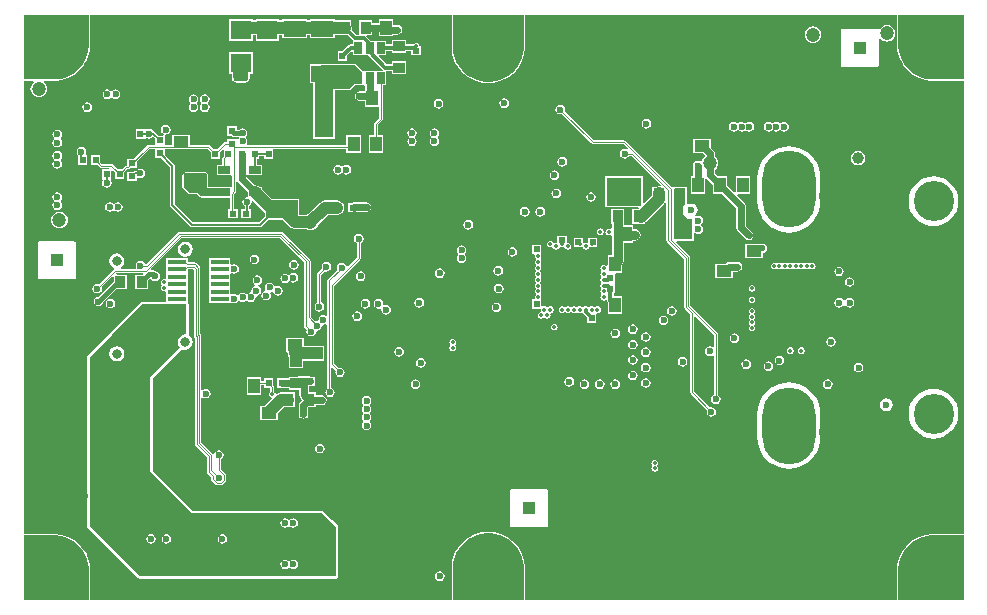
<source format=gbl>
G04*
G04 #@! TF.GenerationSoftware,Altium Limited,Altium Designer,18.1.6 (161)*
G04*
G04 Layer_Physical_Order=8*
G04 Layer_Color=16711680*
%FSLAX44Y44*%
%MOMM*%
G71*
G01*
G75*
%ADD11C,0.3000*%
%ADD12C,0.2000*%
%ADD14C,0.1500*%
%ADD19C,1.0000*%
%ADD21R,1.0000X1.0000*%
%ADD33R,0.6000X0.6000*%
%ADD34R,0.9000X1.0000*%
%ADD36R,1.0000X0.9000*%
%ADD37R,1.3000X1.0000*%
%ADD38R,0.6000X0.6000*%
%ADD39R,1.0000X1.3000*%
%ADD40R,1.6000X1.8000*%
%ADD43R,2.7000X1.6000*%
%ADD44R,1.6000X4.5000*%
%ADD45R,1.8000X1.6000*%
%ADD52R,3.0000X2.4000*%
%ADD67R,1.6000X0.4000*%
%ADD68R,1.6000X0.4000*%
%ADD74R,3.6958X5.0000*%
%ADD89C,0.3500*%
%ADD122C,0.8000*%
%ADD129C,1.0000*%
%ADD132C,0.1000*%
%ADD133C,0.6000*%
%ADD134C,0.1200*%
%ADD135C,0.4000*%
%ADD136C,0.8000*%
%ADD137C,0.3500*%
%ADD143C,3.4000*%
%ADD144C,1.2000*%
%ADD145C,0.7000*%
%ADD146C,5.0000*%
%ADD147C,0.6000*%
%ADD159R,1.0000X0.7000*%
%ADD160R,1.0000X0.7000*%
%ADD161R,0.7000X1.0000*%
%ADD162R,1.9000X1.4000*%
%ADD163R,0.7500X0.5500*%
%ADD164C,0.7000*%
%ADD165O,4.5000X6.5000*%
G36*
X797961Y443000D02*
X770534D01*
X766635Y443513D01*
X762836Y444531D01*
X759203Y446036D01*
X755797Y448002D01*
X752677Y450396D01*
X749896Y453177D01*
X747502Y456297D01*
X745536Y459703D01*
X744031Y463336D01*
X743013Y467135D01*
X742500Y471034D01*
Y473000D01*
Y498000D01*
X797961D01*
Y443000D01*
D02*
G37*
G36*
X57500Y473000D02*
Y471034D01*
X56987Y467135D01*
X55969Y463336D01*
X54464Y459703D01*
X52498Y456297D01*
X50104Y453177D01*
X47323Y450396D01*
X44203Y448002D01*
X40797Y446036D01*
X37164Y444531D01*
X33365Y443513D01*
X29466Y443000D01*
X2039D01*
Y498000D01*
X57500D01*
Y473000D01*
D02*
G37*
G36*
X425500Y471000D02*
Y469034D01*
X424987Y465135D01*
X423969Y461336D01*
X422464Y457703D01*
X420498Y454297D01*
X418104Y451177D01*
X415323Y448396D01*
X412203Y446002D01*
X408797Y444036D01*
X405164Y442531D01*
X401365Y441513D01*
X397466Y441000D01*
X393534D01*
X389635Y441513D01*
X385836Y442531D01*
X382203Y444036D01*
X378797Y446002D01*
X375677Y448396D01*
X372896Y451177D01*
X370502Y454297D01*
X368536Y457703D01*
X367031Y461336D01*
X366013Y465135D01*
X365500Y469034D01*
Y471000D01*
Y498000D01*
X425500D01*
Y471000D01*
D02*
G37*
G36*
X741418Y473000D02*
Y471034D01*
X741446Y470965D01*
X741427Y470892D01*
X741940Y466993D01*
X741977Y466929D01*
X741968Y466855D01*
X742986Y463056D01*
X743031Y462997D01*
Y462922D01*
X744536Y459289D01*
X744589Y459236D01*
X744599Y459162D01*
X746565Y455756D01*
X746624Y455710D01*
X746644Y455638D01*
X749038Y452518D01*
X749102Y452481D01*
X749131Y452412D01*
X751912Y449631D01*
X751981Y449602D01*
X752018Y449538D01*
X755138Y447144D01*
X755210Y447124D01*
X755256Y447065D01*
X758662Y445099D01*
X758736Y445089D01*
X758789Y445036D01*
X762422Y443531D01*
X762497D01*
X762556Y443486D01*
X766355Y442468D01*
X766429Y442477D01*
X766494Y442440D01*
X770392Y441927D01*
X770465Y441946D01*
X770534Y441918D01*
X797961D01*
Y58082D01*
X770534D01*
X770465Y58054D01*
X770392Y58073D01*
X766494Y57560D01*
X766429Y57523D01*
X766355Y57532D01*
X762556Y56514D01*
X762497Y56469D01*
X762422D01*
X758789Y54964D01*
X758736Y54911D01*
X758662Y54901D01*
X755256Y52935D01*
X755210Y52876D01*
X755138Y52856D01*
X752018Y50462D01*
X751981Y50398D01*
X751912Y50369D01*
X749131Y47588D01*
X749102Y47519D01*
X749038Y47482D01*
X746644Y44362D01*
X746624Y44290D01*
X746565Y44244D01*
X744599Y40838D01*
X744589Y40764D01*
X744536Y40711D01*
X743031Y37078D01*
Y37003D01*
X742986Y36944D01*
X741968Y33145D01*
X741977Y33071D01*
X741940Y33006D01*
X741427Y29108D01*
X741446Y29035D01*
X741418Y28966D01*
Y27000D01*
Y2039D01*
X426582D01*
Y29000D01*
Y30966D01*
X426554Y31035D01*
X426573Y31108D01*
X426060Y35006D01*
X426022Y35071D01*
X426032Y35145D01*
X425014Y38944D01*
X424969Y39003D01*
Y39078D01*
X423464Y42711D01*
X423411Y42764D01*
X423401Y42838D01*
X421435Y46244D01*
X421376Y46290D01*
X421356Y46362D01*
X418962Y49482D01*
X418898Y49519D01*
X418869Y49588D01*
X416088Y52369D01*
X416019Y52397D01*
X415982Y52462D01*
X412862Y54856D01*
X412790Y54876D01*
X412744Y54935D01*
X409338Y56901D01*
X409264Y56911D01*
X409211Y56964D01*
X405578Y58469D01*
X405503D01*
X405444Y58514D01*
X401645Y59532D01*
X401571Y59522D01*
X401507Y59560D01*
X397608Y60073D01*
X397535Y60054D01*
X397466Y60082D01*
X393534D01*
X393465Y60054D01*
X393392Y60073D01*
X389493Y59560D01*
X389429Y59522D01*
X389355Y59532D01*
X385556Y58514D01*
X385497Y58469D01*
X385422D01*
X381789Y56964D01*
X381736Y56911D01*
X381662Y56901D01*
X378256Y54935D01*
X378210Y54876D01*
X378138Y54856D01*
X375018Y52462D01*
X374981Y52397D01*
X374912Y52369D01*
X372131Y49588D01*
X372102Y49519D01*
X372038Y49482D01*
X369644Y46362D01*
X369624Y46290D01*
X369565Y46244D01*
X367599Y42838D01*
X367589Y42764D01*
X367536Y42711D01*
X366031Y39078D01*
Y39003D01*
X365986Y38944D01*
X364968Y35145D01*
X364977Y35071D01*
X364940Y35006D01*
X364427Y31108D01*
X364446Y31035D01*
X364418Y30966D01*
Y29000D01*
Y2039D01*
X58582D01*
Y27000D01*
Y28966D01*
X58554Y29035D01*
X58573Y29108D01*
X58060Y33006D01*
X58022Y33071D01*
X58032Y33145D01*
X57014Y36944D01*
X56969Y37003D01*
Y37078D01*
X55464Y40711D01*
X55411Y40764D01*
X55401Y40838D01*
X53435Y44244D01*
X53376Y44290D01*
X53356Y44362D01*
X50962Y47482D01*
X50897Y47519D01*
X50869Y47588D01*
X48088Y50369D01*
X48019Y50398D01*
X47982Y50462D01*
X44862Y52856D01*
X44790Y52876D01*
X44744Y52935D01*
X41338Y54901D01*
X41264Y54911D01*
X41211Y54964D01*
X37578Y56469D01*
X37503D01*
X37444Y56514D01*
X33645Y57532D01*
X33571Y57523D01*
X33507Y57560D01*
X29608Y58073D01*
X29535Y58054D01*
X29466Y58082D01*
X2039D01*
Y441918D01*
X10430D01*
X10861Y440648D01*
X10007Y439992D01*
X8885Y438530D01*
X8180Y436827D01*
X7940Y435000D01*
X8180Y433173D01*
X8885Y431470D01*
X10007Y430008D01*
X11470Y428886D01*
X13173Y428180D01*
X15000Y427940D01*
X16827Y428180D01*
X18530Y428886D01*
X19992Y430008D01*
X21114Y431470D01*
X21820Y433173D01*
X22060Y435000D01*
X21820Y436827D01*
X21114Y438530D01*
X19992Y439992D01*
X19139Y440648D01*
X19570Y441918D01*
X29466D01*
X29535Y441946D01*
X29608Y441927D01*
X33507Y442440D01*
X33571Y442477D01*
X33645Y442468D01*
X37444Y443486D01*
X37503Y443531D01*
X37578D01*
X41211Y445036D01*
X41264Y445089D01*
X41338Y445099D01*
X44744Y447065D01*
X44790Y447124D01*
X44862Y447144D01*
X47982Y449538D01*
X48019Y449602D01*
X48088Y449631D01*
X50869Y452412D01*
X50897Y452481D01*
X50962Y452518D01*
X53356Y455638D01*
X53376Y455710D01*
X53435Y455756D01*
X55401Y459162D01*
X55411Y459236D01*
X55464Y459289D01*
X56969Y462922D01*
Y462997D01*
X57014Y463056D01*
X58032Y466855D01*
X58022Y466929D01*
X58060Y466993D01*
X58573Y470892D01*
X58554Y470965D01*
X58582Y471034D01*
Y473000D01*
Y497961D01*
X364418D01*
Y471000D01*
Y469034D01*
X364446Y468965D01*
X364427Y468892D01*
X364940Y464994D01*
X364977Y464929D01*
X364968Y464855D01*
X365986Y461056D01*
X366031Y460997D01*
Y460922D01*
X367536Y457289D01*
X367589Y457236D01*
X367599Y457162D01*
X369565Y453756D01*
X369624Y453710D01*
X369644Y453638D01*
X372038Y450518D01*
X372102Y450481D01*
X372131Y450412D01*
X374912Y447631D01*
X374981Y447602D01*
X375018Y447538D01*
X378138Y445144D01*
X378210Y445124D01*
X378256Y445065D01*
X381662Y443099D01*
X381736Y443089D01*
X381789Y443036D01*
X385422Y441531D01*
X385497D01*
X385556Y441486D01*
X389355Y440468D01*
X389429Y440477D01*
X389493Y440440D01*
X393392Y439927D01*
X393465Y439946D01*
X393534Y439918D01*
X397466D01*
X397535Y439946D01*
X397608Y439927D01*
X401507Y440440D01*
X401571Y440477D01*
X401645Y440468D01*
X405444Y441486D01*
X405503Y441531D01*
X405578D01*
X409211Y443036D01*
X409264Y443089D01*
X409338Y443099D01*
X412744Y445065D01*
X412790Y445124D01*
X412862Y445144D01*
X415982Y447538D01*
X416019Y447602D01*
X416088Y447631D01*
X418869Y450412D01*
X418898Y450481D01*
X418962Y450518D01*
X421356Y453638D01*
X421376Y453710D01*
X421435Y453756D01*
X423401Y457162D01*
X423411Y457236D01*
X423464Y457289D01*
X424969Y460922D01*
Y460997D01*
X425014Y461056D01*
X426032Y464855D01*
X426022Y464929D01*
X426060Y464993D01*
X426573Y468892D01*
X426554Y468965D01*
X426582Y469034D01*
Y471000D01*
Y497961D01*
X741418D01*
Y473000D01*
D02*
G37*
G36*
X797961Y2000D02*
X742500D01*
Y27000D01*
Y28966D01*
X743013Y32865D01*
X744031Y36664D01*
X745536Y40297D01*
X747502Y43703D01*
X749896Y46823D01*
X752677Y49604D01*
X755797Y51998D01*
X759203Y53964D01*
X762836Y55469D01*
X766635Y56487D01*
X770534Y57000D01*
X797961D01*
Y2000D01*
D02*
G37*
G36*
X401365Y58487D02*
X405164Y57469D01*
X408797Y55964D01*
X412203Y53998D01*
X415323Y51604D01*
X418104Y48823D01*
X420498Y45703D01*
X422464Y42297D01*
X423969Y38664D01*
X424987Y34865D01*
X425500Y30966D01*
Y29000D01*
Y2000D01*
X365500D01*
Y29000D01*
Y30966D01*
X366013Y34865D01*
X367031Y38664D01*
X368536Y42297D01*
X370502Y45703D01*
X372896Y48823D01*
X375677Y51604D01*
X378797Y53998D01*
X382203Y55964D01*
X385836Y57469D01*
X389635Y58487D01*
X393534Y59000D01*
X397466D01*
X401365Y58487D01*
D02*
G37*
G36*
X33365Y56487D02*
X37164Y55469D01*
X40797Y53964D01*
X44203Y51998D01*
X47323Y49604D01*
X50104Y46823D01*
X52498Y43703D01*
X54464Y40297D01*
X55969Y36664D01*
X56987Y32865D01*
X57500Y28966D01*
Y27000D01*
Y2000D01*
X2039D01*
Y57000D01*
X29466D01*
X33365Y56487D01*
D02*
G37*
%LPC*%
G36*
X315000Y494500D02*
X303000D01*
Y491078D01*
X297500D01*
Y493000D01*
X286500D01*
X286500Y481000D01*
X285311Y480804D01*
X284161D01*
X279760Y485205D01*
X280117Y487000D01*
X279652Y489341D01*
X279500Y489568D01*
Y493000D01*
X274591D01*
X274000Y493118D01*
X265500D01*
Y494000D01*
X244500D01*
Y493118D01*
X242000D01*
Y494000D01*
X221000D01*
Y493118D01*
X218500D01*
Y494000D01*
X198500D01*
Y493118D01*
X196000D01*
Y494000D01*
X176000D01*
Y476000D01*
X196000D01*
Y480882D01*
X198500D01*
Y476000D01*
X218500D01*
Y480882D01*
X221000D01*
Y478000D01*
X242000D01*
Y480882D01*
X244500D01*
Y478000D01*
X265500D01*
Y480882D01*
X274000D01*
X274591Y481000D01*
X276035D01*
X280127Y476908D01*
X281000Y476000D01*
Y472804D01*
X279000D01*
X277927Y472590D01*
X277017Y471983D01*
X272035Y467000D01*
X268000D01*
Y459000D01*
X276000D01*
Y463035D01*
X279730Y466765D01*
X281000Y466239D01*
Y464000D01*
X290000D01*
X290000Y464000D01*
X290500D01*
Y464000D01*
X291270Y464000D01*
X293500D01*
X306230Y451270D01*
X305951Y450278D01*
X305751Y450000D01*
X300000D01*
Y450000D01*
X299500D01*
Y450000D01*
X291270D01*
X290500Y450000D01*
X289318Y450213D01*
X283765Y455765D01*
X283000Y456082D01*
X254000D01*
X254000Y456082D01*
X253801Y456000D01*
X244500D01*
Y440000D01*
X247418D01*
Y435500D01*
X247418Y435500D01*
X247500Y435301D01*
Y392500D01*
X265500D01*
Y433918D01*
X278000D01*
X278765Y434235D01*
X282531Y438000D01*
X289230D01*
X290000Y438000D01*
X290922Y437159D01*
Y433078D01*
X286500D01*
X284939Y432768D01*
X283616Y431884D01*
X282732Y430561D01*
X282422Y429000D01*
X282732Y427439D01*
X283616Y426116D01*
X284939Y425232D01*
X286500Y424922D01*
X291000D01*
Y419500D01*
X302876D01*
Y410173D01*
X299352Y406648D01*
X298876Y405500D01*
Y396000D01*
X294500D01*
Y381000D01*
X306500D01*
Y396000D01*
X302124D01*
Y404827D01*
X305648Y408352D01*
X306124Y409500D01*
Y438000D01*
X309000D01*
Y448926D01*
X309000Y450000D01*
X310189Y450196D01*
X314000D01*
Y447500D01*
X326000D01*
Y458500D01*
X314000D01*
Y455804D01*
X309627D01*
X302604Y462827D01*
X303090Y464000D01*
X309000D01*
Y467196D01*
X314000D01*
Y465500D01*
X326000D01*
Y467196D01*
X330500D01*
Y463500D01*
X338500D01*
Y471500D01*
X337204D01*
X337090Y472073D01*
X336483Y472983D01*
X335573Y473590D01*
X334500Y473804D01*
X333427Y473590D01*
X332517Y472983D01*
X332339Y472804D01*
X327500D01*
X327500Y472804D01*
X326000D01*
Y476500D01*
X314000D01*
Y472804D01*
X309000D01*
Y476000D01*
X300000D01*
X300000Y476000D01*
X299500D01*
Y476000D01*
X298730Y476000D01*
X295965D01*
X292235Y479730D01*
X292514Y480722D01*
X292714Y481000D01*
X297500D01*
Y482922D01*
X303000D01*
Y479500D01*
X315000D01*
Y480922D01*
X318500D01*
X320061Y481232D01*
X321384Y482116D01*
X322268Y483439D01*
X322578Y485000D01*
X322268Y486561D01*
X321384Y487884D01*
X320061Y488768D01*
X318500Y489078D01*
X315000D01*
Y494500D01*
D02*
G37*
G36*
X733000Y489060D02*
X731173Y488820D01*
X729470Y488115D01*
X728008Y486992D01*
X727114Y485828D01*
X725765Y485765D01*
X725000Y486082D01*
X695000D01*
X694235Y485765D01*
X693918Y485000D01*
Y455000D01*
X694235Y454235D01*
X695000Y453918D01*
X725000D01*
X725765Y454235D01*
X726082Y455000D01*
Y477430D01*
X727352Y477861D01*
X728008Y477008D01*
X729470Y475886D01*
X731173Y475180D01*
X733000Y474940D01*
X734827Y475180D01*
X736530Y475886D01*
X737992Y477008D01*
X739115Y478470D01*
X739820Y480173D01*
X740060Y482000D01*
X739820Y483827D01*
X739115Y485530D01*
X737992Y486992D01*
X736530Y488115D01*
X734827Y488820D01*
X733000Y489060D01*
D02*
G37*
G36*
X670500Y488060D02*
X668673Y487820D01*
X666970Y487114D01*
X665508Y485992D01*
X664386Y484530D01*
X663680Y482827D01*
X663440Y481000D01*
X663680Y479173D01*
X664386Y477470D01*
X665508Y476008D01*
X666970Y474885D01*
X668673Y474180D01*
X670500Y473940D01*
X672327Y474180D01*
X674030Y474885D01*
X675492Y476008D01*
X676615Y477470D01*
X677320Y479173D01*
X677560Y481000D01*
X677320Y482827D01*
X676615Y484530D01*
X675492Y485992D01*
X674030Y487114D01*
X672327Y487820D01*
X670500Y488060D01*
D02*
G37*
G36*
X196000Y466000D02*
X176000D01*
Y448000D01*
X178418D01*
Y444500D01*
X178418Y444500D01*
X178425Y444481D01*
X178732Y442939D01*
X179616Y441616D01*
X180939Y440732D01*
X182481Y440425D01*
X182500Y440418D01*
X189500Y440417D01*
X189519Y440425D01*
X191061Y440732D01*
X192384Y441616D01*
X193268Y442939D01*
X193575Y444482D01*
X193582Y444500D01*
X193582Y448000D01*
X196000D01*
Y466000D01*
D02*
G37*
G36*
X80000Y434578D02*
X78439Y434268D01*
X77320Y433520D01*
X76500Y433394D01*
X75680Y433520D01*
X74561Y434268D01*
X73000Y434578D01*
X71439Y434268D01*
X70116Y433384D01*
X69232Y432061D01*
X68922Y430500D01*
X69232Y428939D01*
X70116Y427616D01*
X71439Y426732D01*
X73000Y426422D01*
X74561Y426732D01*
X75884Y427616D01*
X77116D01*
X78439Y426732D01*
X80000Y426422D01*
X81561Y426732D01*
X82884Y427616D01*
X83768Y428939D01*
X84078Y430500D01*
X83768Y432061D01*
X82884Y433384D01*
X81561Y434268D01*
X80000Y434578D01*
D02*
G37*
G36*
X408999Y427077D02*
X407439Y426767D01*
X406115Y425883D01*
X405231Y424560D01*
X404921Y422999D01*
X405231Y421438D01*
X406115Y420115D01*
X407439Y419231D01*
X408999Y418921D01*
X410560Y419231D01*
X411883Y420115D01*
X412767Y421438D01*
X413078Y422999D01*
X412767Y424560D01*
X411883Y425883D01*
X410560Y426767D01*
X408999Y427077D01*
D02*
G37*
G36*
X353500Y426455D02*
X351939Y426144D01*
X350616Y425260D01*
X349732Y423937D01*
X349422Y422376D01*
X349732Y420816D01*
X350616Y419493D01*
X351939Y418609D01*
X353500Y418298D01*
X355061Y418609D01*
X356384Y419493D01*
X357268Y420816D01*
X357578Y422376D01*
X357268Y423937D01*
X356384Y425260D01*
X355061Y426144D01*
X353500Y426455D01*
D02*
G37*
G36*
X155500Y430578D02*
X153939Y430268D01*
X152616Y429384D01*
X151732Y428061D01*
X151422Y426500D01*
X151732Y424939D01*
X152616Y423616D01*
Y422384D01*
X151732Y421061D01*
X151422Y419500D01*
X151732Y417939D01*
X152616Y416616D01*
X153939Y415732D01*
X155500Y415422D01*
X157061Y415732D01*
X158384Y416616D01*
X159268Y417939D01*
X159578Y419500D01*
X159268Y421061D01*
X158384Y422384D01*
Y423616D01*
X159268Y424939D01*
X159578Y426500D01*
X159268Y428061D01*
X158384Y429384D01*
X157061Y430268D01*
X155500Y430578D01*
D02*
G37*
G36*
X146000D02*
X144439Y430268D01*
X143116Y429384D01*
X142232Y428061D01*
X141922Y426500D01*
X142232Y424939D01*
X143116Y423616D01*
Y422384D01*
X142232Y421061D01*
X141922Y419500D01*
X142232Y417939D01*
X143116Y416616D01*
X144439Y415732D01*
X146000Y415422D01*
X147561Y415732D01*
X148884Y416616D01*
X149768Y417939D01*
X150078Y419500D01*
X149768Y421061D01*
X148884Y422384D01*
Y423616D01*
X149768Y424939D01*
X150078Y426500D01*
X149768Y428061D01*
X148884Y429384D01*
X147561Y430268D01*
X146000Y430578D01*
D02*
G37*
G36*
X56000Y423577D02*
X54439Y423267D01*
X53116Y422383D01*
X52232Y421060D01*
X51922Y419499D01*
X52232Y417938D01*
X53116Y416615D01*
X54439Y415731D01*
X56000Y415421D01*
X57561Y415731D01*
X58884Y416615D01*
X59768Y417938D01*
X60078Y419499D01*
X59768Y421060D01*
X58884Y422383D01*
X57561Y423267D01*
X56000Y423577D01*
D02*
G37*
G36*
X616500Y407078D02*
X614939Y406768D01*
X614166Y406251D01*
X613250Y405989D01*
X612334Y406251D01*
X611561Y406768D01*
X610000Y407078D01*
X608439Y406768D01*
X607116Y405884D01*
X606384D01*
X605061Y406768D01*
X603500Y407078D01*
X601939Y406768D01*
X600616Y405884D01*
X599732Y404561D01*
X599422Y403000D01*
X599732Y401439D01*
X600616Y400116D01*
X601939Y399232D01*
X603500Y398922D01*
X605061Y399232D01*
X606384Y400116D01*
X607116D01*
X608439Y399232D01*
X610000Y398922D01*
X611561Y399232D01*
X612334Y399749D01*
X613250Y400011D01*
X614166Y399749D01*
X614939Y399232D01*
X616500Y398922D01*
X618061Y399232D01*
X619384Y400116D01*
X620268Y401439D01*
X620578Y403000D01*
X620268Y404561D01*
X619384Y405884D01*
X618061Y406768D01*
X616500Y407078D01*
D02*
G37*
G36*
X646000D02*
X644439Y406768D01*
X643116Y405884D01*
X642384D01*
X641061Y406768D01*
X639500Y407078D01*
X637939Y406768D01*
X636616Y405884D01*
X635884D01*
X634561Y406768D01*
X633000Y407078D01*
X631439Y406768D01*
X630116Y405884D01*
X629232Y404561D01*
X628922Y403000D01*
X629232Y401439D01*
X630116Y400116D01*
X631439Y399232D01*
X633000Y398922D01*
X634561Y399232D01*
X635884Y400116D01*
X636616D01*
X637939Y399232D01*
X639500Y398922D01*
X641061Y399232D01*
X642384Y400116D01*
X643116D01*
X644439Y399232D01*
X646000Y398922D01*
X647561Y399232D01*
X648884Y400116D01*
X649768Y401439D01*
X650078Y403000D01*
X649768Y404561D01*
X648884Y405884D01*
X647561Y406768D01*
X646000Y407078D01*
D02*
G37*
G36*
X529500Y409578D02*
X527939Y409268D01*
X526616Y408384D01*
X525732Y407061D01*
X525422Y405500D01*
X525732Y403939D01*
X526616Y402616D01*
X527939Y401732D01*
X529500Y401422D01*
X531061Y401732D01*
X532384Y402616D01*
X533268Y403939D01*
X533578Y405500D01*
X533268Y407061D01*
X532384Y408384D01*
X531061Y409268D01*
X529500Y409578D01*
D02*
G37*
G36*
X122500Y404578D02*
X120939Y404268D01*
X119616Y403384D01*
X118732Y402061D01*
X118422Y400500D01*
X118732Y398939D01*
X119616Y397616D01*
X120883Y396770D01*
X120900Y396675D01*
X120487Y395500D01*
X120302Y395500D01*
X116023D01*
X113262Y398262D01*
X112683Y398648D01*
X112137Y398757D01*
X111384Y399884D01*
X110061Y400768D01*
X108500Y401078D01*
X106939Y400768D01*
X106270Y400321D01*
X105000Y401000D01*
Y401000D01*
X97000D01*
Y393000D01*
X105000D01*
Y393000D01*
X106270Y393679D01*
X106939Y393232D01*
X108500Y392922D01*
X110061Y393232D01*
X111384Y394116D01*
X112273Y394204D01*
X113500Y392977D01*
Y387624D01*
X108000D01*
X106852Y387148D01*
X95704Y376000D01*
X90000D01*
Y370296D01*
X89827Y370124D01*
X89000D01*
X87852Y369648D01*
X85204Y367000D01*
X81796D01*
X77648Y371148D01*
X76500Y371624D01*
X68672D01*
X67000Y373296D01*
Y379000D01*
X59000D01*
Y371000D01*
X64704D01*
X66852Y368852D01*
X68000Y368376D01*
X74603D01*
X74674Y368270D01*
X73996Y367000D01*
X68500D01*
Y359000D01*
X68500D01*
X69179Y357730D01*
X68732Y357061D01*
X68422Y355500D01*
X68732Y353939D01*
X69616Y352616D01*
X70939Y351732D01*
X72500Y351422D01*
X74061Y351732D01*
X75384Y352616D01*
X76268Y353939D01*
X76578Y355500D01*
X76268Y357061D01*
X75821Y357730D01*
X76500Y359000D01*
X76500D01*
Y365908D01*
X77770Y366434D01*
X79500Y364704D01*
Y359000D01*
X87500D01*
Y364704D01*
X89672Y366876D01*
X90500D01*
X91648Y367352D01*
X92296Y368000D01*
X98000D01*
Y373704D01*
X108673Y384376D01*
X113500D01*
Y376500D01*
X118616D01*
X125961Y369155D01*
Y336500D01*
X126116Y335720D01*
X126558Y335058D01*
X143058Y318558D01*
X143720Y318116D01*
X144500Y317961D01*
X202500D01*
X203280Y318116D01*
X203942Y318558D01*
X209384Y324000D01*
X221348D01*
X227174Y318174D01*
X229159Y316848D01*
X231500Y316383D01*
X241477D01*
X243173Y315680D01*
X245000Y315440D01*
X246827Y315680D01*
X248530Y316385D01*
X249992Y317507D01*
X251115Y318970D01*
X251817Y320665D01*
X259534Y328382D01*
X267500D01*
X269841Y328848D01*
X271826Y330174D01*
X272211Y330750D01*
X272250D01*
Y330809D01*
X273152Y332159D01*
X273617Y334500D01*
X273152Y336841D01*
X272250Y338191D01*
Y338250D01*
X272211D01*
X271826Y338826D01*
X269841Y340152D01*
X267500Y340617D01*
X257000D01*
X254659Y340152D01*
X252674Y338826D01*
X243165Y329317D01*
X241477Y328618D01*
X235500D01*
Y342000D01*
X212152D01*
X204000Y350151D01*
Y352000D01*
X202065D01*
X200341Y353152D01*
X198000Y353618D01*
X197708Y353559D01*
X190828Y360439D01*
Y361762D01*
X192000Y362000D01*
X192098Y362000D01*
X204000D01*
Y371000D01*
X200039D01*
Y376000D01*
X201750D01*
Y377961D01*
X205500D01*
Y376000D01*
X213500D01*
X213500Y384000D01*
X214614Y384376D01*
X275500D01*
Y381000D01*
X287500D01*
Y396000D01*
X275500D01*
Y387624D01*
X191736D01*
X191137Y388744D01*
X191268Y388939D01*
X191578Y390500D01*
X191268Y392061D01*
X190384Y393384D01*
Y394616D01*
X191268Y395939D01*
X191578Y397500D01*
X191268Y399061D01*
X190384Y400384D01*
X189061Y401268D01*
X187500Y401578D01*
X185939Y401268D01*
X184878Y400559D01*
X182500D01*
Y403500D01*
X174500D01*
Y395500D01*
X178174D01*
X178337Y395337D01*
X179329Y394674D01*
X180500Y394441D01*
X183913D01*
X184234Y393958D01*
X184474Y393171D01*
X183770Y392118D01*
X183675Y392100D01*
X182500Y392500D01*
Y392500D01*
X174500D01*
Y390124D01*
X173000D01*
X171852Y389648D01*
X166204Y384000D01*
X162796D01*
X159648Y387148D01*
X158500Y387624D01*
X143000D01*
Y396000D01*
X128000D01*
Y387624D01*
X121500D01*
Y394636D01*
X121500Y395326D01*
X122143Y396398D01*
X122500Y396422D01*
X124061Y396732D01*
X125384Y397616D01*
X126268Y398939D01*
X126578Y400500D01*
X126268Y402061D01*
X125384Y403384D01*
X124061Y404268D01*
X122500Y404578D01*
D02*
G37*
G36*
X350000Y401578D02*
X348439Y401268D01*
X347116Y400384D01*
X346232Y399061D01*
X345922Y397500D01*
X346232Y395939D01*
X347116Y394616D01*
Y393384D01*
X346232Y392061D01*
X345922Y390500D01*
X346232Y388939D01*
X347116Y387616D01*
X348439Y386732D01*
X350000Y386422D01*
X351561Y386732D01*
X352884Y387616D01*
X353768Y388939D01*
X354078Y390500D01*
X353768Y392061D01*
X352884Y393384D01*
Y394616D01*
X353768Y395939D01*
X354078Y397500D01*
X353768Y399061D01*
X352884Y400384D01*
X351561Y401268D01*
X350000Y401578D01*
D02*
G37*
G36*
X331000D02*
X329439Y401268D01*
X328116Y400384D01*
X327232Y399061D01*
X326922Y397500D01*
X327232Y395939D01*
X328116Y394616D01*
Y393384D01*
X327232Y392061D01*
X326922Y390500D01*
X327232Y388939D01*
X328116Y387616D01*
X329439Y386732D01*
X331000Y386422D01*
X332561Y386732D01*
X333884Y387616D01*
X334768Y388939D01*
X335078Y390500D01*
X334768Y392061D01*
X333884Y393384D01*
Y394616D01*
X334768Y395939D01*
X335078Y397500D01*
X334768Y399061D01*
X333884Y400384D01*
X332561Y401268D01*
X331000Y401578D01*
D02*
G37*
G36*
X30500Y400578D02*
X28939Y400268D01*
X27616Y399384D01*
X26732Y398061D01*
X26422Y396500D01*
X26732Y394939D01*
X27616Y393616D01*
Y392384D01*
X26732Y391061D01*
X26422Y389500D01*
X26732Y387939D01*
X27616Y386616D01*
X28939Y385732D01*
X30500Y385422D01*
X32061Y385732D01*
X33384Y386616D01*
X34268Y387939D01*
X34578Y389500D01*
X34268Y391061D01*
X33384Y392384D01*
Y393616D01*
X34268Y394939D01*
X34578Y396500D01*
X34268Y398061D01*
X33384Y399384D01*
X32061Y400268D01*
X30500Y400578D01*
D02*
G37*
G36*
X456500Y421578D02*
X454939Y421268D01*
X453616Y420384D01*
X452732Y419061D01*
X452422Y417500D01*
X452732Y415939D01*
X453616Y414616D01*
X454939Y413732D01*
X456500Y413422D01*
X457873Y413695D01*
X482716Y388852D01*
X483864Y388376D01*
X509777D01*
X513457Y384696D01*
X512648Y383710D01*
X512561Y383768D01*
X511000Y384078D01*
X509439Y383768D01*
X508116Y382884D01*
X507232Y381561D01*
X506922Y380000D01*
X507232Y378439D01*
X508116Y377116D01*
X509439Y376232D01*
X511000Y375922D01*
X512561Y376232D01*
X513884Y377116D01*
X514726Y378376D01*
X516949D01*
X541764Y353562D01*
X541138Y352391D01*
X540000Y352617D01*
X537659Y352152D01*
X537432Y352000D01*
X534500D01*
Y349068D01*
X534348Y348841D01*
X533882Y346500D01*
Y344534D01*
X527673Y338325D01*
X526500Y338811D01*
Y361000D01*
X522394D01*
X522000Y361078D01*
X521606Y361000D01*
X513894D01*
X513500Y361078D01*
X513106Y361000D01*
X505894D01*
X505500Y361078D01*
X505106Y361000D01*
X494500D01*
Y335000D01*
X522603D01*
X523077Y333891D01*
X522342Y333000D01*
X517500D01*
Y321000D01*
X521932D01*
X522159Y320848D01*
X524500Y320382D01*
X526841Y320848D01*
X527068Y321000D01*
X528500D01*
Y321957D01*
X528826Y322174D01*
X544326Y337674D01*
X545121Y338864D01*
X546376Y338457D01*
Y306672D01*
X546852Y305523D01*
X561376Y290999D01*
Y250172D01*
X561852Y249023D01*
X566376Y244499D01*
Y178000D01*
X566852Y176852D01*
X580717Y162987D01*
X580422Y161500D01*
X580732Y159939D01*
X581616Y158616D01*
X582939Y157732D01*
X584500Y157422D01*
X586061Y157732D01*
X587384Y158616D01*
X588268Y159939D01*
X588578Y161500D01*
X588268Y163061D01*
X587384Y164384D01*
X586061Y165268D01*
X584500Y165578D01*
X583013Y165283D01*
X569624Y178673D01*
Y242421D01*
X570797Y242907D01*
X586626Y227078D01*
Y216884D01*
X585356Y216236D01*
X584561Y216768D01*
X583000Y217078D01*
X581439Y216768D01*
X580116Y215884D01*
X579232Y214561D01*
X578922Y213000D01*
X579232Y211439D01*
X580116Y210116D01*
X581439Y209232D01*
X583000Y208922D01*
X584561Y209232D01*
X585356Y209764D01*
X586626Y209116D01*
Y175976D01*
X585366Y175134D01*
X584482Y173811D01*
X584172Y172250D01*
X584482Y170689D01*
X585366Y169366D01*
X586689Y168482D01*
X588250Y168172D01*
X589811Y168482D01*
X591134Y169366D01*
X592018Y170689D01*
X592328Y172250D01*
X592018Y173811D01*
X591134Y175134D01*
X589874Y175976D01*
Y227750D01*
X589398Y228898D01*
X566624Y251672D01*
Y292500D01*
X566148Y293648D01*
X554469Y305327D01*
X554955Y306500D01*
X569500D01*
Y312501D01*
X570111Y312838D01*
X570770Y313013D01*
X571939Y312232D01*
X573500Y311922D01*
X575061Y312232D01*
X576384Y313116D01*
X577268Y314439D01*
X577578Y316000D01*
X577268Y317561D01*
X576384Y318884D01*
X576038Y319115D01*
Y320385D01*
X576384Y320616D01*
X577268Y321939D01*
X577578Y323500D01*
X577268Y325061D01*
X576384Y326384D01*
X575061Y327268D01*
X573500Y327578D01*
X571939Y327268D01*
X570812Y326515D01*
X570730Y326534D01*
X570593Y326696D01*
X570800Y328331D01*
X571321Y328679D01*
X572492Y330432D01*
X572904Y332500D01*
X572492Y334568D01*
X571321Y336321D01*
X569568Y337492D01*
X567500Y337904D01*
X565432Y337492D01*
X564756Y337040D01*
X564286Y337224D01*
X563582Y337784D01*
X563582Y349500D01*
X563500Y349699D01*
Y352000D01*
X561199D01*
X561000Y352082D01*
X553736D01*
X553500Y352082D01*
X553500Y352082D01*
X552500Y352000D01*
X551402Y351585D01*
X551148Y351598D01*
X511598Y391148D01*
X510450Y391624D01*
X484536D01*
X460249Y415911D01*
X460268Y415939D01*
X460578Y417500D01*
X460268Y419061D01*
X459384Y420384D01*
X458061Y421268D01*
X456500Y421578D01*
D02*
G37*
G36*
X584000Y393000D02*
X569000D01*
Y381000D01*
X576732D01*
X578844Y378888D01*
X578792Y377594D01*
X578008Y376992D01*
X576885Y375530D01*
X576305Y374130D01*
X575407Y373673D01*
X574865Y373565D01*
X574561Y373768D01*
X573000Y374078D01*
X571439Y373768D01*
X570116Y372884D01*
X569232Y371561D01*
X568922Y370000D01*
Y361000D01*
X567000D01*
Y346000D01*
X579000D01*
Y359001D01*
X579642Y359355D01*
X580270Y359462D01*
X586000Y353732D01*
Y346000D01*
X593732D01*
X605422Y334311D01*
Y317500D01*
X605422Y317500D01*
X605732Y315939D01*
X606616Y314616D01*
X613116Y308116D01*
X613116Y308116D01*
X614439Y307232D01*
X616000Y306922D01*
X617561Y307232D01*
X618884Y308116D01*
X619768Y309439D01*
X620078Y311000D01*
X619768Y312561D01*
X618884Y313884D01*
X618884Y313884D01*
X613578Y319189D01*
Y336000D01*
X613268Y337561D01*
X612384Y338884D01*
X612384Y338884D01*
X606441Y344827D01*
X606927Y346000D01*
X617000D01*
Y361000D01*
X605000D01*
Y347927D01*
X603827Y347441D01*
X598000Y353268D01*
Y361000D01*
X590268D01*
X587078Y364189D01*
Y366306D01*
X587992Y367007D01*
X589114Y368470D01*
X589820Y370173D01*
X590060Y372000D01*
X589820Y373827D01*
X589114Y375530D01*
X587992Y376992D01*
X587078Y377694D01*
Y380500D01*
X587078Y380500D01*
X586768Y382061D01*
X585884Y383384D01*
X585884Y383384D01*
X584000Y385268D01*
Y393000D01*
D02*
G37*
G36*
X51000Y386078D02*
X49439Y385768D01*
X48116Y384884D01*
X47232Y383561D01*
X46922Y382000D01*
X47232Y380439D01*
X47487Y380058D01*
X48000Y379000D01*
Y371000D01*
X56000D01*
Y379000D01*
X55334D01*
X54655Y380270D01*
X54768Y380439D01*
X55078Y382000D01*
X54768Y383561D01*
X53884Y384884D01*
X52561Y385768D01*
X51000Y386078D01*
D02*
G37*
G36*
X708500Y382617D02*
X706159Y382152D01*
X704174Y380826D01*
X702848Y378841D01*
X702383Y376500D01*
X702848Y374159D01*
X704174Y372174D01*
X706159Y370848D01*
X708500Y370382D01*
X710841Y370848D01*
X712826Y372174D01*
X714152Y374159D01*
X714617Y376500D01*
X714152Y378841D01*
X712826Y380826D01*
X710841Y382152D01*
X708500Y382617D01*
D02*
G37*
G36*
X275500Y370578D02*
X273939Y370268D01*
X272820Y369520D01*
X272000Y369394D01*
X271180Y369520D01*
X270061Y370268D01*
X268500Y370578D01*
X266939Y370268D01*
X265616Y369384D01*
X264732Y368061D01*
X264422Y366500D01*
X264732Y364939D01*
X265616Y363616D01*
X266939Y362732D01*
X268500Y362422D01*
X270061Y362732D01*
X271180Y363480D01*
X272000Y363606D01*
X272820Y363480D01*
X273939Y362732D01*
X275500Y362422D01*
X277061Y362732D01*
X278384Y363616D01*
X279268Y364939D01*
X279578Y366500D01*
X279268Y368061D01*
X278384Y369384D01*
X277061Y370268D01*
X275500Y370578D01*
D02*
G37*
G36*
X458124Y377455D02*
X456563Y377144D01*
X455240Y376260D01*
X454356Y374937D01*
X454045Y373376D01*
X454356Y371816D01*
X455240Y370493D01*
X456563Y369608D01*
X458124Y369298D01*
X459684Y369608D01*
X461007Y370493D01*
X461892Y371816D01*
X462202Y373376D01*
X461892Y374937D01*
X461007Y376260D01*
X459684Y377144D01*
X458124Y377455D01*
D02*
G37*
G36*
X30500Y382578D02*
X28939Y382268D01*
X27616Y381384D01*
X26732Y380061D01*
X26422Y378500D01*
X26732Y376939D01*
X27616Y375616D01*
Y374384D01*
X26732Y373061D01*
X26422Y371500D01*
X26732Y369939D01*
X27616Y368616D01*
X28939Y367732D01*
X30500Y367422D01*
X32061Y367732D01*
X33384Y368616D01*
X34268Y369939D01*
X34578Y371500D01*
X34268Y373061D01*
X33384Y374384D01*
Y375616D01*
X34268Y376939D01*
X34578Y378500D01*
X34268Y380061D01*
X33384Y381384D01*
X32061Y382268D01*
X30500Y382578D01*
D02*
G37*
G36*
X101000Y367578D02*
X99439Y367267D01*
X98116Y366383D01*
X97381Y365284D01*
X96499D01*
X95816Y365148D01*
X95595Y365000D01*
X90000D01*
Y357000D01*
X98000D01*
Y359165D01*
X99270Y359844D01*
X99439Y359731D01*
X101000Y359421D01*
X102561Y359731D01*
X103884Y360615D01*
X104768Y361939D01*
X105078Y363499D01*
X104768Y365060D01*
X103884Y366383D01*
X102561Y367267D01*
X101000Y367578D01*
D02*
G37*
G36*
X451500Y366078D02*
X449939Y365768D01*
X448616Y364884D01*
X447732Y363561D01*
X447422Y362000D01*
X447732Y360439D01*
X448616Y359116D01*
X449939Y358232D01*
X451500Y357922D01*
X453061Y358232D01*
X454384Y359116D01*
X455268Y360439D01*
X455578Y362000D01*
X455268Y363561D01*
X454384Y364884D01*
X453061Y365768D01*
X451500Y366078D01*
D02*
G37*
G36*
X453000Y350578D02*
X451439Y350268D01*
X450116Y349384D01*
X449232Y348061D01*
X448922Y346500D01*
X449232Y344939D01*
X450116Y343616D01*
X451439Y342732D01*
X453000Y342422D01*
X454561Y342732D01*
X455884Y343616D01*
X456768Y344939D01*
X457078Y346500D01*
X456768Y348061D01*
X455884Y349384D01*
X454561Y350268D01*
X453000Y350578D01*
D02*
G37*
G36*
X482499Y347578D02*
X480938Y347267D01*
X479615Y346383D01*
X478731Y345060D01*
X478421Y343499D01*
X478731Y341939D01*
X479615Y340616D01*
X480938Y339731D01*
X482499Y339421D01*
X484060Y339731D01*
X485383Y340616D01*
X486267Y341939D01*
X486577Y343499D01*
X486267Y345060D01*
X485383Y346383D01*
X484060Y347267D01*
X482499Y347578D01*
D02*
G37*
G36*
X82000Y339078D02*
X80439Y338768D01*
X79320Y338020D01*
X78500Y337894D01*
X77680Y338020D01*
X76561Y338768D01*
X75000Y339078D01*
X73439Y338768D01*
X72116Y337884D01*
X71232Y336561D01*
X70922Y335000D01*
X71232Y333439D01*
X72116Y332116D01*
X73439Y331232D01*
X75000Y330922D01*
X76561Y331232D01*
X77680Y331980D01*
X78500Y332106D01*
X79320Y331980D01*
X80439Y331232D01*
X82000Y330922D01*
X83561Y331232D01*
X84884Y332116D01*
X85768Y333439D01*
X86078Y335000D01*
X85768Y336561D01*
X84884Y337884D01*
X83561Y338768D01*
X82000Y339078D01*
D02*
G37*
G36*
X30500Y347578D02*
X28939Y347268D01*
X27616Y346384D01*
X26732Y345061D01*
X26422Y343500D01*
X26732Y341939D01*
X27616Y340616D01*
Y339384D01*
X26732Y338061D01*
X26422Y336500D01*
X26732Y334939D01*
X27616Y333616D01*
X28939Y332732D01*
X30500Y332422D01*
X32061Y332732D01*
X33384Y333616D01*
X34268Y334939D01*
X34578Y336500D01*
X34268Y338061D01*
X33384Y339384D01*
Y340616D01*
X34268Y341939D01*
X34578Y343500D01*
X34268Y345061D01*
X33384Y346384D01*
X32061Y347268D01*
X30500Y347578D01*
D02*
G37*
G36*
X282000Y339078D02*
X280439Y338768D01*
X279664Y338250D01*
X276750D01*
Y330750D01*
X279912D01*
X279939Y330732D01*
X281500Y330422D01*
X283061Y330732D01*
X283088Y330750D01*
X286250D01*
Y330922D01*
X292500D01*
X294061Y331232D01*
X295384Y332116D01*
X296268Y333439D01*
X296578Y335000D01*
X296268Y336561D01*
X295384Y337884D01*
X294061Y338768D01*
X292500Y339078D01*
X282000D01*
X282000Y339078D01*
D02*
G37*
G36*
X426500Y335078D02*
X424939Y334768D01*
X423616Y333884D01*
X422732Y332561D01*
X422422Y331000D01*
X422732Y329439D01*
X423616Y328116D01*
X424939Y327232D01*
X426500Y326922D01*
X428061Y327232D01*
X429384Y328116D01*
X430268Y329439D01*
X430578Y331000D01*
X430268Y332561D01*
X429384Y333884D01*
X428061Y334768D01*
X426500Y335078D01*
D02*
G37*
G36*
X439499Y335078D02*
X437938Y334767D01*
X436615Y333883D01*
X435731Y332560D01*
X435421Y330999D01*
X435731Y329439D01*
X436615Y328116D01*
X437938Y327231D01*
X439499Y326921D01*
X441060Y327231D01*
X442383Y328116D01*
X443267Y329439D01*
X443577Y330999D01*
X443267Y332560D01*
X442383Y333883D01*
X441060Y334767D01*
X439499Y335078D01*
D02*
G37*
G36*
X772500Y361102D02*
X768383Y360696D01*
X764425Y359495D01*
X760777Y357545D01*
X757579Y354921D01*
X754955Y351723D01*
X753005Y348075D01*
X751804Y344117D01*
X751398Y340000D01*
X751804Y335883D01*
X753005Y331925D01*
X754955Y328277D01*
X757579Y325079D01*
X760777Y322455D01*
X764425Y320505D01*
X768383Y319304D01*
X772500Y318898D01*
X776617Y319304D01*
X780575Y320505D01*
X784223Y322455D01*
X787421Y325079D01*
X790045Y328277D01*
X791995Y331925D01*
X793196Y335883D01*
X793602Y340000D01*
X793196Y344117D01*
X791995Y348075D01*
X790045Y351723D01*
X787421Y354921D01*
X784223Y357545D01*
X780575Y359495D01*
X776617Y360696D01*
X772500Y361102D01*
D02*
G37*
G36*
X32500Y331060D02*
X30673Y330820D01*
X28970Y330115D01*
X27508Y328993D01*
X26386Y327530D01*
X25680Y325827D01*
X25440Y324000D01*
X25680Y322173D01*
X26386Y320470D01*
X27508Y319008D01*
X28970Y317885D01*
X30673Y317180D01*
X32500Y316940D01*
X34327Y317180D01*
X36030Y317885D01*
X37492Y319008D01*
X38614Y320470D01*
X39320Y322173D01*
X39560Y324000D01*
X39320Y325827D01*
X38614Y327530D01*
X37492Y328993D01*
X36030Y330115D01*
X34327Y330820D01*
X32500Y331060D01*
D02*
G37*
G36*
X510500Y333000D02*
X499500D01*
Y321000D01*
X499902D01*
Y317230D01*
X498632Y316551D01*
X498573Y316590D01*
X497500Y316804D01*
X496427Y316590D01*
X495517Y315983D01*
X494910Y315073D01*
X494696Y314000D01*
X494910Y312927D01*
X495517Y312017D01*
X496427Y311410D01*
X497500Y311196D01*
X498573Y311410D01*
X498632Y311449D01*
X499902Y310770D01*
Y294500D01*
X496500D01*
Y285872D01*
X495233Y285483D01*
X494323Y286090D01*
X493250Y286304D01*
X492177Y286090D01*
X491267Y285483D01*
X490660Y284573D01*
X490446Y283500D01*
X490660Y282427D01*
X491040Y281858D01*
X491182Y281000D01*
X491040Y280142D01*
X490660Y279573D01*
X490446Y278500D01*
X490660Y277427D01*
X491040Y276858D01*
X491182Y276000D01*
X491040Y275142D01*
X490660Y274573D01*
X490446Y273500D01*
X490660Y272427D01*
X491040Y271858D01*
X491182Y271000D01*
X491040Y270142D01*
X490660Y269573D01*
X490446Y268500D01*
X490660Y267427D01*
X491040Y266858D01*
X491182Y266000D01*
X491040Y265142D01*
X490660Y264573D01*
X490446Y263500D01*
X490660Y262427D01*
X491040Y261858D01*
X491182Y261000D01*
X491040Y260142D01*
X490660Y259573D01*
X490446Y258500D01*
X490660Y257427D01*
X491267Y256517D01*
X492177Y255910D01*
X493250Y255696D01*
X494323Y255910D01*
X494926Y256313D01*
X495970Y255931D01*
X496196Y255750D01*
Y255500D01*
X496410Y254427D01*
X496500Y254292D01*
Y244500D01*
X508500D01*
Y259500D01*
X501804D01*
Y262000D01*
X503000D01*
Y269230D01*
X503000Y270000D01*
X503000D01*
Y270500D01*
X503000D01*
Y278230D01*
X503000Y278500D01*
X503652Y279500D01*
X508500D01*
Y285790D01*
X508605Y285895D01*
X509710Y287549D01*
X510098Y289500D01*
Y304500D01*
X518000D01*
Y306402D01*
X519500D01*
X521451Y306790D01*
X523105Y307895D01*
X524210Y309549D01*
X524598Y311500D01*
X524210Y313451D01*
X523105Y315105D01*
X521451Y316210D01*
X519500Y316598D01*
X518000D01*
Y319500D01*
X510098D01*
Y321000D01*
X510500D01*
Y333000D01*
D02*
G37*
G36*
X378500Y324078D02*
X376939Y323768D01*
X375616Y322884D01*
X374732Y321561D01*
X374422Y320000D01*
X374732Y318439D01*
X375616Y317116D01*
X376939Y316232D01*
X378500Y315922D01*
X380061Y316232D01*
X381384Y317116D01*
X382268Y318439D01*
X382578Y320000D01*
X382268Y321561D01*
X381384Y322884D01*
X380061Y323768D01*
X378500Y324078D01*
D02*
G37*
G36*
X650000Y386582D02*
X645842Y386255D01*
X641786Y385281D01*
X637932Y383685D01*
X634375Y381505D01*
X631204Y378796D01*
X628495Y375625D01*
X626315Y372068D01*
X624719Y368214D01*
X623745Y364158D01*
X623418Y360000D01*
Y340000D01*
X623745Y335842D01*
X624719Y331786D01*
X626315Y327932D01*
X628495Y324376D01*
X631204Y321204D01*
X634375Y318495D01*
X637932Y316315D01*
X641786Y314719D01*
X645842Y313745D01*
X650000Y313418D01*
X654158Y313745D01*
X658214Y314719D01*
X662068Y316315D01*
X665624Y318495D01*
X668796Y321204D01*
X671505Y324376D01*
X673685Y327932D01*
X675281Y331786D01*
X676255Y335842D01*
X676582Y340000D01*
Y360000D01*
X676255Y364158D01*
X675281Y368214D01*
X673685Y372068D01*
X671505Y375625D01*
X668796Y378796D01*
X665624Y381505D01*
X662068Y383685D01*
X658214Y385281D01*
X654158Y386255D01*
X650000Y386582D01*
D02*
G37*
G36*
X490417Y316887D02*
X489344Y316674D01*
X488434Y316066D01*
X487826Y315156D01*
X487613Y314083D01*
X487826Y313010D01*
X488434Y312101D01*
X489344Y311493D01*
X490417Y311279D01*
X491490Y311493D01*
X492399Y312101D01*
X493007Y313010D01*
X493221Y314083D01*
X493007Y315156D01*
X492399Y316066D01*
X491490Y316674D01*
X490417Y316887D01*
D02*
G37*
G36*
X488000Y309000D02*
X480000D01*
Y305163D01*
X478730Y304428D01*
X478023Y304569D01*
X477020Y304369D01*
X476931Y304367D01*
X475750Y305081D01*
Y309000D01*
X467750D01*
Y301000D01*
X472729D01*
X473000Y300946D01*
X473271Y301000D01*
X475372D01*
X475433Y300692D01*
X476041Y299782D01*
X476950Y299174D01*
X478023Y298961D01*
X479096Y299174D01*
X480006Y299782D01*
X480614Y300692D01*
X480675Y301000D01*
X482729D01*
X483000Y300946D01*
X483271Y301000D01*
X488000D01*
Y309000D01*
D02*
G37*
G36*
X462000Y310750D02*
X454000D01*
Y305371D01*
X453022Y304569D01*
X451949Y304355D01*
X450590Y304823D01*
X449983Y305733D01*
X449073Y306340D01*
X448000Y306554D01*
X446927Y306340D01*
X446017Y305733D01*
X445410Y304823D01*
X445196Y303750D01*
X445410Y302677D01*
X446017Y301767D01*
X446927Y301160D01*
X448000Y300946D01*
X449073Y301160D01*
X450432Y300692D01*
X451040Y299782D01*
X451949Y299174D01*
X453022Y298961D01*
X454095Y299174D01*
X455005Y299782D01*
X455612Y300692D01*
X456927Y301160D01*
X458000Y300946D01*
X459073Y301160D01*
X460410Y300677D01*
X461017Y299767D01*
X461927Y299160D01*
X463000Y298946D01*
X464073Y299160D01*
X464983Y299767D01*
X465590Y300677D01*
X465804Y301750D01*
X465590Y302823D01*
X464983Y303733D01*
X464073Y304340D01*
X463000Y304554D01*
X462982Y304550D01*
X462000Y305356D01*
Y310750D01*
D02*
G37*
G36*
X416000Y301078D02*
X414439Y300768D01*
X413116Y299884D01*
X412232Y298561D01*
X411922Y297000D01*
X412232Y295439D01*
X413116Y294116D01*
X414439Y293232D01*
X416000Y292922D01*
X417561Y293232D01*
X418884Y294116D01*
X419768Y295439D01*
X420078Y297000D01*
X419768Y298561D01*
X418884Y299884D01*
X417561Y300768D01*
X416000Y301078D01*
D02*
G37*
G36*
X139000Y305673D02*
X136542Y305184D01*
X134458Y303792D01*
X133066Y301708D01*
X132577Y299250D01*
X133066Y296792D01*
X134458Y294708D01*
X136542Y293316D01*
X139000Y292827D01*
X141458Y293316D01*
X143542Y294708D01*
X144935Y296792D01*
X145423Y299250D01*
X144935Y301708D01*
X143542Y303792D01*
X141458Y305184D01*
X139000Y305673D01*
D02*
G37*
G36*
X627500Y304078D02*
X625939Y303768D01*
X625538Y303500D01*
X613000D01*
Y291500D01*
X628000D01*
Y296021D01*
X629061Y296232D01*
X630384Y297116D01*
X631268Y298439D01*
X631578Y300000D01*
X631268Y301561D01*
X630384Y302884D01*
X629061Y303768D01*
X627500Y304078D01*
D02*
G37*
G36*
X373000Y302578D02*
X371439Y302268D01*
X370116Y301384D01*
X369232Y300061D01*
X368922Y298500D01*
X369232Y296939D01*
X370116Y295616D01*
Y294384D01*
X369232Y293061D01*
X368922Y291500D01*
X369232Y289939D01*
X370116Y288616D01*
X371439Y287732D01*
X373000Y287422D01*
X374561Y287732D01*
X375884Y288616D01*
X376768Y289939D01*
X377078Y291500D01*
X376768Y293061D01*
X375884Y294384D01*
Y295616D01*
X376768Y296939D01*
X377078Y298500D01*
X376768Y300061D01*
X375884Y301384D01*
X374561Y302268D01*
X373000Y302578D01*
D02*
G37*
G36*
X669996Y287976D02*
X668923Y287762D01*
X668589Y287539D01*
X667666Y287260D01*
X666743Y287539D01*
X666408Y287762D01*
X665335Y287976D01*
X664262Y287762D01*
X663928Y287539D01*
X663005Y287260D01*
X662082Y287539D01*
X661748Y287762D01*
X660675Y287976D01*
X659602Y287762D01*
X659267Y287539D01*
X658344Y287260D01*
X657421Y287539D01*
X657086Y287762D01*
X656013Y287976D01*
X654940Y287762D01*
X654606Y287539D01*
X653683Y287260D01*
X652760Y287539D01*
X652426Y287762D01*
X651352Y287976D01*
X650279Y287762D01*
X649945Y287539D01*
X649022Y287260D01*
X648099Y287539D01*
X647765Y287762D01*
X646692Y287976D01*
X645619Y287762D01*
X645284Y287539D01*
X644361Y287260D01*
X643438Y287539D01*
X643103Y287762D01*
X642030Y287976D01*
X640957Y287762D01*
X640623Y287539D01*
X639700Y287260D01*
X638777Y287539D01*
X638442Y287762D01*
X637369Y287976D01*
X636297Y287762D01*
X635387Y287155D01*
X634779Y286245D01*
X634566Y285172D01*
X634779Y284099D01*
X635387Y283189D01*
X636297Y282582D01*
X637369Y282368D01*
X638442Y282582D01*
X638777Y282805D01*
X639700Y283084D01*
X640623Y282805D01*
X640957Y282582D01*
X642030Y282368D01*
X643103Y282582D01*
X643438Y282805D01*
X644361Y283084D01*
X645284Y282805D01*
X645619Y282582D01*
X646692Y282368D01*
X647765Y282582D01*
X648099Y282805D01*
X649022Y283084D01*
X649945Y282805D01*
X650279Y282582D01*
X651352Y282368D01*
X652426Y282582D01*
X652760Y282805D01*
X653683Y283084D01*
X654606Y282805D01*
X654940Y282582D01*
X656013Y282368D01*
X657086Y282582D01*
X657421Y282805D01*
X658344Y283084D01*
X659267Y282805D01*
X659602Y282582D01*
X660675Y282368D01*
X661748Y282582D01*
X662082Y282805D01*
X663005Y283084D01*
X663928Y282805D01*
X664262Y282582D01*
X665335Y282368D01*
X666408Y282582D01*
X666743Y282805D01*
X667666Y283084D01*
X668589Y282805D01*
X668923Y282582D01*
X669996Y282368D01*
X671069Y282582D01*
X671979Y283189D01*
X672587Y284099D01*
X672800Y285172D01*
X672587Y286245D01*
X671979Y287155D01*
X671069Y287762D01*
X669996Y287976D01*
D02*
G37*
G36*
X197500Y294578D02*
X195939Y294268D01*
X194616Y293384D01*
X193732Y292061D01*
X193422Y290500D01*
X193732Y288939D01*
X194616Y287616D01*
X195939Y286732D01*
X197500Y286422D01*
X199061Y286732D01*
X200384Y287616D01*
X201268Y288939D01*
X201578Y290500D01*
X201268Y292061D01*
X200384Y293384D01*
X199061Y294268D01*
X197500Y294578D01*
D02*
G37*
G36*
X231000Y290078D02*
X229439Y289768D01*
X228116Y288884D01*
X227232Y287561D01*
X226922Y286000D01*
X227232Y284439D01*
X228116Y283116D01*
X229439Y282232D01*
X231000Y281922D01*
X232561Y282232D01*
X233884Y283116D01*
X234768Y284439D01*
X235078Y286000D01*
X234768Y287561D01*
X233884Y288884D01*
X232561Y289768D01*
X231000Y290078D01*
D02*
G37*
G36*
X258500Y288578D02*
X256939Y288268D01*
X255616Y287384D01*
X254732Y286061D01*
X254422Y284500D01*
X254717Y283013D01*
X251352Y279648D01*
X250876Y278500D01*
Y254226D01*
X249616Y253384D01*
X248732Y252061D01*
X248422Y250500D01*
X248732Y248939D01*
X249616Y247616D01*
X250939Y246732D01*
X252500Y246422D01*
X254061Y246732D01*
X255384Y247616D01*
X256268Y248939D01*
X256578Y250500D01*
X256268Y252061D01*
X255384Y253384D01*
X254124Y254226D01*
Y277827D01*
X257013Y280717D01*
X258500Y280422D01*
X260061Y280732D01*
X261384Y281616D01*
X262268Y282939D01*
X262578Y284500D01*
X262268Y286061D01*
X261384Y287384D01*
X260061Y288268D01*
X258500Y288578D01*
D02*
G37*
G36*
X177000Y291575D02*
X159000D01*
Y286495D01*
X159000Y285575D01*
X159000Y284305D01*
X159000Y279225D01*
X159000Y277955D01*
X159000Y272875D01*
X159000Y271605D01*
X159000Y266525D01*
X159000Y265255D01*
X159000Y260175D01*
X159000Y258905D01*
Y253825D01*
X177000D01*
Y253825D01*
X178270Y253936D01*
X178575Y253732D01*
X180136Y253422D01*
X181697Y253732D01*
X183020Y254616D01*
X183388Y255168D01*
X184561Y255596D01*
X184950Y255393D01*
X185939Y254732D01*
X187500Y254422D01*
X189061Y254732D01*
X190226Y255511D01*
X191056Y255717D01*
X191616D01*
X192939Y254833D01*
X194500Y254522D01*
X196061Y254833D01*
X197384Y255717D01*
X198268Y257040D01*
X198578Y258601D01*
X198535Y258818D01*
X199587Y260038D01*
X200561Y260232D01*
X201884Y261116D01*
X202768Y262439D01*
X203078Y264000D01*
X202768Y265561D01*
X201884Y266884D01*
X200594Y267745D01*
X200568Y267902D01*
X200634Y269048D01*
X201560Y269233D01*
X202883Y270117D01*
X203768Y271440D01*
X204078Y273000D01*
X203768Y274561D01*
X202883Y275884D01*
X201560Y276768D01*
X200000Y277079D01*
X198439Y276768D01*
X197116Y275884D01*
X196232Y274561D01*
X195921Y273000D01*
X196232Y271440D01*
X197116Y270117D01*
X198405Y269255D01*
X198431Y269098D01*
X198365Y267952D01*
X197439Y267768D01*
X196116Y266884D01*
X195232Y265561D01*
X194922Y264000D01*
X194965Y263783D01*
X193913Y262562D01*
X192939Y262369D01*
X191774Y261590D01*
X190944Y261384D01*
X190384D01*
X189061Y262268D01*
X187500Y262578D01*
X185939Y262268D01*
X184616Y261384D01*
X184248Y260832D01*
X183075Y260404D01*
X182686Y260607D01*
X181697Y261268D01*
X180136Y261578D01*
X178575Y261268D01*
X178270Y261064D01*
X177000Y261743D01*
X177000Y266175D01*
X177000Y267445D01*
X177000Y272525D01*
X177000Y273795D01*
X177000Y278425D01*
X177981Y279196D01*
X178255Y279189D01*
X178939Y278731D01*
X180500Y278421D01*
X182060Y278731D01*
X183384Y279616D01*
X184268Y280939D01*
X184578Y282499D01*
X184268Y284060D01*
X183384Y285383D01*
X182060Y286267D01*
X180500Y286578D01*
X178939Y286267D01*
X178270Y285820D01*
X177000Y286499D01*
Y291575D01*
D02*
G37*
G36*
X230500Y279078D02*
X228939Y278768D01*
X227616Y277884D01*
X227282Y277384D01*
X226384D01*
X225061Y278268D01*
X223500Y278578D01*
X221939Y278268D01*
X220616Y277384D01*
X219732Y276061D01*
X219422Y274500D01*
X219732Y272939D01*
X220616Y271616D01*
X221939Y270732D01*
X223500Y270422D01*
X225061Y270732D01*
X226384Y271616D01*
X226718Y272116D01*
X227616D01*
X228939Y271232D01*
X230500Y270922D01*
X232061Y271232D01*
X233384Y272116D01*
X234268Y273439D01*
X234578Y275000D01*
X234268Y276561D01*
X233384Y277884D01*
X232061Y278768D01*
X230500Y279078D01*
D02*
G37*
G36*
X404000Y285078D02*
X402439Y284768D01*
X401116Y283884D01*
X400232Y282561D01*
X399922Y281000D01*
X400232Y279439D01*
X401116Y278116D01*
X402439Y277232D01*
X404000Y276922D01*
X405561Y277232D01*
X406884Y278116D01*
X407768Y279439D01*
X408078Y281000D01*
X407768Y282561D01*
X406884Y283884D01*
X405561Y284768D01*
X404000Y285078D01*
D02*
G37*
G36*
X692500Y284578D02*
X690939Y284268D01*
X689616Y283384D01*
X688732Y282061D01*
X688422Y280500D01*
X688732Y278939D01*
X689616Y277616D01*
X690939Y276732D01*
X692500Y276422D01*
X694061Y276732D01*
X695384Y277616D01*
X696268Y278939D01*
X696578Y280500D01*
X696268Y282061D01*
X695384Y283384D01*
X694061Y284268D01*
X692500Y284578D01*
D02*
G37*
G36*
X354500Y283078D02*
X352939Y282768D01*
X351616Y281884D01*
X350732Y280561D01*
X350422Y279000D01*
X350732Y277439D01*
X351616Y276116D01*
X352939Y275232D01*
X354500Y274922D01*
X356061Y275232D01*
X357384Y276116D01*
X358268Y277439D01*
X358578Y279000D01*
X358268Y280561D01*
X357384Y281884D01*
X356061Y282768D01*
X354500Y283078D01*
D02*
G37*
G36*
X599318Y288578D02*
X597757Y288268D01*
X596434Y287384D01*
X596434Y287384D01*
X595550Y286500D01*
X587500D01*
Y274500D01*
X602500D01*
Y280422D01*
X606289D01*
X607849Y280732D01*
X609172Y281616D01*
X610056Y282939D01*
X610367Y284500D01*
X610056Y286061D01*
X609172Y287384D01*
X607849Y288268D01*
X606289Y288578D01*
X599318D01*
X599318Y288578D01*
D02*
G37*
G36*
X45000Y306082D02*
X15000D01*
X14235Y305765D01*
X13918Y305000D01*
Y275000D01*
X14235Y274235D01*
X15000Y273918D01*
X45000D01*
X45765Y274235D01*
X46082Y275000D01*
Y305000D01*
X45765Y305765D01*
X45000Y306082D01*
D02*
G37*
G36*
X287500Y280578D02*
X285939Y280268D01*
X284616Y279384D01*
X283732Y278061D01*
X283422Y276500D01*
X283732Y274939D01*
X284616Y273616D01*
X285939Y272732D01*
X287500Y272422D01*
X289061Y272732D01*
X290384Y273616D01*
X291268Y274939D01*
X291578Y276500D01*
X291268Y278061D01*
X290384Y279384D01*
X289061Y280268D01*
X287500Y280578D01*
D02*
G37*
G36*
X701500Y275578D02*
X699939Y275268D01*
X698616Y274384D01*
X697732Y273061D01*
X697422Y271500D01*
X697732Y269939D01*
X698616Y268616D01*
X699939Y267732D01*
X701500Y267422D01*
X703061Y267732D01*
X704384Y268616D01*
X705268Y269939D01*
X705578Y271500D01*
X705268Y273061D01*
X704384Y274384D01*
X703061Y275268D01*
X701500Y275578D01*
D02*
G37*
G36*
X618857Y268999D02*
X617784Y268786D01*
X616874Y268178D01*
X616267Y267268D01*
X616053Y266195D01*
X616267Y265122D01*
X616874Y264213D01*
X617784Y263605D01*
X618857Y263392D01*
X619930Y263605D01*
X620840Y264213D01*
X621447Y265122D01*
X621661Y266195D01*
X621447Y267268D01*
X620840Y268178D01*
X619930Y268786D01*
X618857Y268999D01*
D02*
G37*
G36*
X404500Y270078D02*
X402939Y269768D01*
X401616Y268884D01*
X400732Y267561D01*
X400422Y266000D01*
X400732Y264439D01*
X401616Y263116D01*
X402939Y262232D01*
X404500Y261922D01*
X406061Y262232D01*
X407384Y263116D01*
X408268Y264439D01*
X408578Y266000D01*
X408268Y267561D01*
X407384Y268884D01*
X406061Y269768D01*
X404500Y270078D01*
D02*
G37*
G36*
X210500Y271078D02*
X208939Y270767D01*
X207616Y269883D01*
X206732Y268560D01*
X206421Y266999D01*
X206732Y265439D01*
X206860Y265246D01*
X206276Y263835D01*
X205939Y263768D01*
X204616Y262884D01*
X203732Y261561D01*
X203422Y260000D01*
X203732Y258439D01*
X204616Y257116D01*
X205939Y256232D01*
X207500Y255922D01*
X209061Y256232D01*
X210384Y257116D01*
X211268Y258439D01*
X211578Y260000D01*
X211268Y261561D01*
X211139Y261753D01*
X211724Y263165D01*
X212060Y263232D01*
X212254Y263361D01*
X213665Y262776D01*
X213732Y262439D01*
X214616Y261116D01*
X215939Y260232D01*
X217500Y259922D01*
X219061Y260232D01*
X220384Y261116D01*
X221268Y262439D01*
X221578Y264000D01*
X221268Y265561D01*
X220384Y266884D01*
X219061Y267768D01*
X217500Y268078D01*
X215939Y267768D01*
X215746Y267638D01*
X214335Y268223D01*
X214268Y268560D01*
X213383Y269883D01*
X212060Y270767D01*
X210500Y271078D01*
D02*
G37*
G36*
X701500Y258078D02*
X699939Y257768D01*
X698616Y256884D01*
X697794Y255654D01*
X697125Y255581D01*
X696456Y255654D01*
X695634Y256884D01*
X694311Y257768D01*
X692750Y258078D01*
X691189Y257768D01*
X689866Y256884D01*
X688982Y255561D01*
X688672Y254000D01*
X688982Y252439D01*
X689866Y251116D01*
X691189Y250232D01*
X692750Y249922D01*
X694311Y250232D01*
X695634Y251116D01*
X696456Y252346D01*
X697125Y252419D01*
X697794Y252346D01*
X698616Y251116D01*
X699939Y250232D01*
X701500Y249922D01*
X703061Y250232D01*
X704384Y251116D01*
X705268Y252439D01*
X705578Y254000D01*
X705268Y255561D01*
X704384Y256884D01*
X703061Y257768D01*
X701500Y258078D01*
D02*
G37*
G36*
X618857Y259365D02*
X617784Y259152D01*
X616874Y258544D01*
X616267Y257635D01*
X616053Y256562D01*
X616267Y255488D01*
X616874Y254579D01*
X617784Y253971D01*
X618857Y253758D01*
X619930Y253971D01*
X620840Y254579D01*
X621447Y255488D01*
X621661Y256562D01*
X621447Y257635D01*
X620840Y258544D01*
X619930Y259152D01*
X618857Y259365D01*
D02*
G37*
G36*
X488000Y251054D02*
X486927Y250840D01*
X486017Y250233D01*
X484983D01*
X484073Y250840D01*
X483000Y251054D01*
X481927Y250840D01*
X481358Y250460D01*
X480500Y250318D01*
X479642Y250460D01*
X479073Y250840D01*
X478000Y251054D01*
X476927Y250840D01*
X476358Y250460D01*
X475500Y250318D01*
X474642Y250460D01*
X474073Y250840D01*
X473000Y251054D01*
X471927Y250840D01*
X471017Y250233D01*
X469983D01*
X469073Y250840D01*
X468000Y251054D01*
X466927Y250840D01*
X466358Y250460D01*
X465500Y250318D01*
X464642Y250460D01*
X464073Y250840D01*
X463000Y251054D01*
X461927Y250840D01*
X461017Y250233D01*
X459983D01*
X459073Y250840D01*
X458000Y251054D01*
X456927Y250840D01*
X456017Y250233D01*
X455410Y249323D01*
X455196Y248250D01*
X455410Y247177D01*
X456017Y246267D01*
X456927Y245660D01*
X458000Y245446D01*
X459073Y245660D01*
X459983Y246267D01*
X461017D01*
X461927Y245660D01*
X463000Y245446D01*
X464073Y245660D01*
X464642Y246040D01*
X465500Y246182D01*
X466358Y246040D01*
X466927Y245660D01*
X468000Y245446D01*
X469073Y245660D01*
X469983Y246267D01*
X471017D01*
X471927Y245660D01*
X473000Y245446D01*
X474073Y245660D01*
X474206Y245749D01*
X475617Y245164D01*
X475645Y245025D01*
X476198Y244198D01*
X479000Y241395D01*
Y237000D01*
X487000D01*
Y244350D01*
X487973Y245417D01*
X488079Y245462D01*
X489073Y245660D01*
X489983Y246267D01*
X490590Y247177D01*
X490804Y248250D01*
X490590Y249323D01*
X489983Y250233D01*
X489073Y250840D01*
X488000Y251054D01*
D02*
G37*
G36*
X337000Y258078D02*
X335439Y257768D01*
X334116Y256884D01*
X333232Y255561D01*
X332922Y254000D01*
X333232Y252439D01*
X334116Y251116D01*
X335439Y250232D01*
X337000Y249922D01*
X338561Y250232D01*
X339884Y251116D01*
X340768Y252439D01*
X341078Y254000D01*
X340768Y255561D01*
X339884Y256884D01*
X338561Y257768D01*
X337000Y258078D01*
D02*
G37*
G36*
X75675Y257253D02*
X74114Y256943D01*
X72791Y256059D01*
X71907Y254736D01*
X71597Y253175D01*
X71907Y251614D01*
X72791Y250291D01*
X74114Y249407D01*
X75675Y249097D01*
X77236Y249407D01*
X78559Y250291D01*
X79443Y251614D01*
X79753Y253175D01*
X79443Y254736D01*
X78559Y256059D01*
X77236Y256943D01*
X75675Y257253D01*
D02*
G37*
G36*
X291500Y257078D02*
X289939Y256768D01*
X288616Y255884D01*
X287732Y254561D01*
X287422Y253000D01*
X287732Y251439D01*
X288616Y250116D01*
X289939Y249232D01*
X291500Y248922D01*
X293061Y249232D01*
X294384Y250116D01*
X295268Y251439D01*
X295578Y253000D01*
X295268Y254561D01*
X294384Y255884D01*
X293061Y256768D01*
X291500Y257078D01*
D02*
G37*
G36*
X402500Y254078D02*
X400939Y253768D01*
X399616Y252884D01*
X398732Y251561D01*
X398422Y250000D01*
X398732Y248439D01*
X399616Y247116D01*
X400939Y246232D01*
X402500Y245922D01*
X404061Y246232D01*
X405384Y247116D01*
X406268Y248439D01*
X406578Y250000D01*
X406268Y251561D01*
X405384Y252884D01*
X404061Y253768D01*
X402500Y254078D01*
D02*
G37*
G36*
X302500Y257078D02*
X300939Y256768D01*
X299616Y255884D01*
X298732Y254561D01*
X298422Y253000D01*
X298732Y251439D01*
X299616Y250116D01*
X300939Y249232D01*
X302500Y248922D01*
X303864Y249193D01*
X304544Y248757D01*
X304986Y248323D01*
X304922Y248000D01*
X305232Y246439D01*
X306116Y245116D01*
X307439Y244232D01*
X309000Y243922D01*
X310561Y244232D01*
X311884Y245116D01*
X312768Y246439D01*
X313078Y248000D01*
X312768Y249561D01*
X311884Y250884D01*
X310561Y251768D01*
X309000Y252078D01*
X307636Y251807D01*
X306956Y252243D01*
X306514Y252677D01*
X306578Y253000D01*
X306268Y254561D01*
X305384Y255884D01*
X304061Y256768D01*
X302500Y257078D01*
D02*
G37*
G36*
X551000Y251078D02*
X549439Y250768D01*
X548116Y249884D01*
X547232Y248561D01*
X546922Y247000D01*
X547232Y245439D01*
X548116Y244116D01*
X549439Y243232D01*
X551000Y242922D01*
X552561Y243232D01*
X553884Y244116D01*
X554768Y245439D01*
X555078Y247000D01*
X554768Y248561D01*
X553884Y249884D01*
X552561Y250768D01*
X551000Y251078D01*
D02*
G37*
G36*
X440500Y303250D02*
X432500D01*
Y295250D01*
X434201D01*
X435042Y293980D01*
X434946Y293500D01*
X435160Y292427D01*
X435540Y291858D01*
X435682Y291000D01*
X435540Y290142D01*
X435160Y289573D01*
X434946Y288500D01*
X435160Y287427D01*
X435540Y286858D01*
X435682Y286000D01*
X435540Y285142D01*
X435160Y284573D01*
X434946Y283500D01*
X435160Y282427D01*
X435767Y281517D01*
Y280483D01*
X435160Y279573D01*
X434946Y278500D01*
X435160Y277427D01*
X435540Y276858D01*
X435682Y276000D01*
X435540Y275142D01*
X435160Y274573D01*
X434946Y273500D01*
X435160Y272427D01*
X435767Y271517D01*
Y270483D01*
X435160Y269573D01*
X434946Y268500D01*
X435160Y267427D01*
X435540Y266858D01*
X435682Y266000D01*
X435540Y265142D01*
X435160Y264573D01*
X434946Y263500D01*
X435160Y262427D01*
X435540Y261858D01*
X435682Y261000D01*
X435540Y260142D01*
X435160Y259573D01*
X434946Y258500D01*
X435042Y258020D01*
X434201Y256750D01*
X432500D01*
Y248750D01*
X439786D01*
X440196Y248250D01*
X440391Y247272D01*
X440401Y247160D01*
X439734Y245902D01*
X439427Y245840D01*
X438517Y245233D01*
X437910Y244323D01*
X437696Y243250D01*
X437910Y242177D01*
X438517Y241267D01*
X439427Y240660D01*
X440500Y240446D01*
X441573Y240660D01*
X442142Y241040D01*
X443000Y241182D01*
X443858Y241040D01*
X444427Y240660D01*
X445500Y240446D01*
X446573Y240660D01*
X447483Y241267D01*
X448090Y242177D01*
X448304Y243250D01*
X448109Y244228D01*
X448099Y244340D01*
X448766Y245598D01*
X449073Y245660D01*
X449983Y246267D01*
X450590Y247177D01*
X450804Y248250D01*
X450590Y249323D01*
X449983Y250233D01*
X449073Y250840D01*
X448000Y251054D01*
X446927Y250840D01*
X446017Y250233D01*
X444983D01*
X444073Y250840D01*
X443000Y251054D01*
X441927Y250840D01*
X441770Y250735D01*
X440500Y251414D01*
Y253229D01*
X440554Y253500D01*
X440500Y253771D01*
Y256750D01*
X440500Y256750D01*
X440458Y258020D01*
X440554Y258500D01*
X440340Y259573D01*
X439960Y260142D01*
X439818Y261000D01*
X439960Y261858D01*
X440340Y262427D01*
X440554Y263500D01*
X440340Y264573D01*
X439960Y265142D01*
X439818Y266000D01*
X439960Y266858D01*
X440340Y267427D01*
X440554Y268500D01*
X440340Y269573D01*
X439733Y270483D01*
Y271517D01*
X440340Y272427D01*
X440554Y273500D01*
X440340Y274573D01*
X439960Y275142D01*
X439818Y276000D01*
X439960Y276858D01*
X440340Y277427D01*
X440554Y278500D01*
X440340Y279573D01*
X439733Y280483D01*
Y281517D01*
X440340Y282427D01*
X440554Y283500D01*
X440340Y284573D01*
X439960Y285142D01*
X439818Y286000D01*
X439960Y286858D01*
X440340Y287427D01*
X440554Y288500D01*
X440340Y289573D01*
X439960Y290142D01*
X439818Y291000D01*
X439960Y291858D01*
X440340Y292427D01*
X440554Y293500D01*
X440458Y293980D01*
X440500Y295250D01*
X440500Y295250D01*
X440500Y295250D01*
Y298229D01*
X440554Y298500D01*
X440500Y298771D01*
Y303250D01*
D02*
G37*
G36*
X284500Y246578D02*
X282939Y246268D01*
X281616Y245384D01*
X280732Y244061D01*
X280422Y242500D01*
X280732Y240939D01*
X281616Y239616D01*
X282939Y238732D01*
X284500Y238422D01*
X286061Y238732D01*
X287384Y239616D01*
X288268Y240939D01*
X288578Y242500D01*
X288268Y244061D01*
X287384Y245384D01*
X286061Y246268D01*
X284500Y246578D01*
D02*
G37*
G36*
X544000Y243078D02*
X542439Y242768D01*
X541116Y241884D01*
X540232Y240561D01*
X539922Y239000D01*
X540232Y237439D01*
X541116Y236116D01*
X542439Y235232D01*
X544000Y234922D01*
X545561Y235232D01*
X546884Y236116D01*
X547768Y237439D01*
X548078Y239000D01*
X547768Y240561D01*
X546884Y241884D01*
X545561Y242768D01*
X544000Y243078D01*
D02*
G37*
G36*
X451500Y236304D02*
X450427Y236090D01*
X449517Y235483D01*
X448910Y234573D01*
X448696Y233500D01*
X448910Y232427D01*
X449517Y231517D01*
X450427Y230910D01*
X451500Y230696D01*
X452573Y230910D01*
X453483Y231517D01*
X454090Y232427D01*
X454304Y233500D01*
X454090Y234573D01*
X453483Y235483D01*
X452573Y236090D01*
X451500Y236304D01*
D02*
G37*
G36*
X618857Y249731D02*
X617784Y249518D01*
X616874Y248910D01*
X616267Y248001D01*
X616053Y246928D01*
X616267Y245854D01*
X616874Y244945D01*
Y244093D01*
X616267Y243183D01*
X616053Y242111D01*
X616267Y241038D01*
X616874Y240128D01*
Y239276D01*
X616267Y238367D01*
X616053Y237293D01*
X616267Y236220D01*
X616874Y235311D01*
Y234459D01*
X616267Y233549D01*
X616053Y232477D01*
X616267Y231404D01*
X616874Y230494D01*
X617784Y229886D01*
X618857Y229673D01*
X619930Y229886D01*
X620840Y230494D01*
X621447Y231404D01*
X621661Y232477D01*
X621447Y233549D01*
X620840Y234459D01*
Y235311D01*
X621447Y236220D01*
X621661Y237293D01*
X621447Y238367D01*
X620840Y239276D01*
Y240128D01*
X621447Y241038D01*
X621661Y242111D01*
X621447Y243183D01*
X620840Y244093D01*
Y244945D01*
X621447Y245854D01*
X621661Y246928D01*
X621447Y248001D01*
X620840Y248910D01*
X619930Y249518D01*
X618857Y249731D01*
D02*
G37*
G36*
X518000Y235578D02*
X516439Y235268D01*
X515116Y234384D01*
X514232Y233061D01*
X513922Y231500D01*
X514232Y229939D01*
X515116Y228616D01*
X516439Y227732D01*
X518000Y227422D01*
X519561Y227732D01*
X520884Y228616D01*
X521768Y229939D01*
X522078Y231500D01*
X521768Y233061D01*
X520884Y234384D01*
X519561Y235268D01*
X518000Y235578D01*
D02*
G37*
G36*
X503000Y232078D02*
X501439Y231768D01*
X500116Y230884D01*
X499232Y229561D01*
X498922Y228000D01*
X499232Y226439D01*
X500116Y225116D01*
X501439Y224232D01*
X503000Y223922D01*
X504561Y224232D01*
X505884Y225116D01*
X506768Y226439D01*
X507078Y228000D01*
X506768Y229561D01*
X505884Y230884D01*
X504561Y231768D01*
X503000Y232078D01*
D02*
G37*
G36*
X529000Y229078D02*
X527439Y228768D01*
X526116Y227884D01*
X525232Y226561D01*
X524922Y225000D01*
X525232Y223439D01*
X526116Y222116D01*
X527439Y221232D01*
X529000Y220922D01*
X530561Y221232D01*
X531884Y222116D01*
X532768Y223439D01*
X533078Y225000D01*
X532768Y226561D01*
X531884Y227884D01*
X530561Y228768D01*
X529000Y229078D01*
D02*
G37*
G36*
X604000Y228078D02*
X602439Y227768D01*
X601116Y226884D01*
X600232Y225561D01*
X599922Y224000D01*
X600232Y222439D01*
X601116Y221116D01*
X602439Y220232D01*
X604000Y219922D01*
X605561Y220232D01*
X606884Y221116D01*
X607768Y222439D01*
X608078Y224000D01*
X607768Y225561D01*
X606884Y226884D01*
X605561Y227768D01*
X604000Y228078D01*
D02*
G37*
G36*
X685750Y225078D02*
X684189Y224768D01*
X682866Y223884D01*
X681982Y222561D01*
X681672Y221000D01*
X681982Y219439D01*
X682866Y218116D01*
X684189Y217232D01*
X685750Y216922D01*
X687311Y217232D01*
X688634Y218116D01*
X689518Y219439D01*
X689828Y221000D01*
X689518Y222561D01*
X688634Y223884D01*
X687311Y224768D01*
X685750Y225078D01*
D02*
G37*
G36*
X518000Y222578D02*
X516439Y222268D01*
X515116Y221384D01*
X514232Y220061D01*
X513922Y218500D01*
X514232Y216939D01*
X515116Y215616D01*
X516439Y214732D01*
X518000Y214422D01*
X519561Y214732D01*
X520884Y215616D01*
X521768Y216939D01*
X522078Y218500D01*
X521768Y220061D01*
X520884Y221384D01*
X519561Y222268D01*
X518000Y222578D01*
D02*
G37*
G36*
X365411Y223254D02*
X364338Y223040D01*
X363429Y222433D01*
X362821Y221523D01*
X362607Y220450D01*
X362821Y219377D01*
X363429Y218467D01*
Y217933D01*
X362821Y217023D01*
X362607Y215950D01*
X362821Y214877D01*
X363429Y213967D01*
X364338Y213360D01*
X365411Y213146D01*
X366484Y213360D01*
X367394Y213967D01*
X368002Y214877D01*
X368215Y215950D01*
X368002Y217023D01*
X367394Y217933D01*
Y218467D01*
X368002Y219377D01*
X368215Y220450D01*
X368002Y221523D01*
X367394Y222433D01*
X366484Y223040D01*
X365411Y223254D01*
D02*
G37*
G36*
X660675Y216304D02*
X659602Y216090D01*
X658692Y215483D01*
X658084Y214573D01*
X657871Y213500D01*
X658084Y212427D01*
X658692Y211517D01*
X659602Y210910D01*
X660675Y210696D01*
X661748Y210910D01*
X662657Y211517D01*
X663265Y212427D01*
X663478Y213500D01*
X663265Y214573D01*
X662657Y215483D01*
X661748Y216090D01*
X660675Y216304D01*
D02*
G37*
G36*
X651352D02*
X650279Y216090D01*
X649370Y215483D01*
X648762Y214573D01*
X648549Y213500D01*
X648762Y212427D01*
X649370Y211517D01*
X650279Y210910D01*
X651352Y210696D01*
X652426Y210910D01*
X653335Y211517D01*
X653943Y212427D01*
X654156Y213500D01*
X653943Y214573D01*
X653335Y215483D01*
X652426Y216090D01*
X651352Y216304D01*
D02*
G37*
G36*
X320000Y216578D02*
X318439Y216268D01*
X317116Y215384D01*
X316232Y214061D01*
X315922Y212500D01*
X316232Y210939D01*
X317116Y209616D01*
X318439Y208732D01*
X320000Y208422D01*
X321561Y208732D01*
X322884Y209616D01*
X323768Y210939D01*
X324078Y212500D01*
X323768Y214061D01*
X322884Y215384D01*
X321561Y216268D01*
X320000Y216578D01*
D02*
G37*
G36*
X529000Y216078D02*
X527439Y215768D01*
X526116Y214884D01*
X525232Y213561D01*
X524922Y212000D01*
X525232Y210439D01*
X526116Y209116D01*
X527439Y208232D01*
X529000Y207922D01*
X530561Y208232D01*
X531884Y209116D01*
X532768Y210439D01*
X533078Y212000D01*
X532768Y213561D01*
X531884Y214884D01*
X530561Y215768D01*
X529000Y216078D01*
D02*
G37*
G36*
X518000Y209578D02*
X516439Y209268D01*
X515116Y208384D01*
X514232Y207061D01*
X513922Y205500D01*
X514232Y203939D01*
X515116Y202616D01*
X516439Y201732D01*
X518000Y201422D01*
X519561Y201732D01*
X520884Y202616D01*
X521768Y203939D01*
X522078Y205500D01*
X521768Y207061D01*
X520884Y208384D01*
X519561Y209268D01*
X518000Y209578D01*
D02*
G37*
G36*
X642030Y209109D02*
X640470Y208798D01*
X639147Y207914D01*
X638263Y206591D01*
X637952Y205030D01*
X638263Y203470D01*
X639147Y202147D01*
X640470Y201263D01*
X642030Y200952D01*
X643591Y201263D01*
X644914Y202147D01*
X645798Y203470D01*
X646109Y205030D01*
X645798Y206591D01*
X644914Y207914D01*
X643591Y208798D01*
X642030Y209109D01*
D02*
G37*
G36*
X560000Y208078D02*
X558439Y207768D01*
X557116Y206884D01*
X556232Y205561D01*
X555922Y204000D01*
X556232Y202439D01*
X557116Y201116D01*
X558439Y200232D01*
X560000Y199922D01*
X561561Y200232D01*
X562884Y201116D01*
X563768Y202439D01*
X564078Y204000D01*
X563768Y205561D01*
X562884Y206884D01*
X561561Y207768D01*
X560000Y208078D01*
D02*
G37*
G36*
X338500Y207078D02*
X336939Y206768D01*
X335616Y205884D01*
X334732Y204561D01*
X334422Y203000D01*
X334732Y201439D01*
X335616Y200116D01*
X336939Y199232D01*
X338500Y198922D01*
X340061Y199232D01*
X341384Y200116D01*
X342268Y201439D01*
X342578Y203000D01*
X342268Y204561D01*
X341384Y205884D01*
X340061Y206768D01*
X338500Y207078D01*
D02*
G37*
G36*
X239500Y224500D02*
X224500D01*
Y212500D01*
X224930D01*
X225735Y211518D01*
X225632Y211000D01*
X226098Y208659D01*
X227000Y207309D01*
Y198500D01*
X239000D01*
Y204883D01*
X249500D01*
X250091Y205000D01*
X256500D01*
Y217000D01*
X250091D01*
X249500Y217118D01*
X239500D01*
Y224500D01*
D02*
G37*
G36*
X613999Y206078D02*
X612438Y205767D01*
X611115Y204883D01*
X610231Y203560D01*
X609920Y202000D01*
X610231Y200439D01*
X611115Y199116D01*
X612438Y198232D01*
X613999Y197921D01*
X615560Y198232D01*
X616883Y199116D01*
X617767Y200439D01*
X618077Y202000D01*
X617767Y203560D01*
X616883Y204883D01*
X615560Y205767D01*
X613999Y206078D01*
D02*
G37*
G36*
X632709Y204370D02*
X631148Y204059D01*
X629825Y203175D01*
X628941Y201852D01*
X628630Y200292D01*
X628941Y198731D01*
X629825Y197408D01*
X631148Y196524D01*
X632709Y196213D01*
X634269Y196524D01*
X635592Y197408D01*
X636476Y198731D01*
X636787Y200292D01*
X636476Y201852D01*
X635592Y203175D01*
X634269Y204059D01*
X632709Y204370D01*
D02*
G37*
G36*
X529000Y203078D02*
X527439Y202768D01*
X526116Y201884D01*
X525232Y200561D01*
X524922Y199000D01*
X525232Y197439D01*
X526116Y196116D01*
X527439Y195232D01*
X529000Y194922D01*
X530561Y195232D01*
X531884Y196116D01*
X532768Y197439D01*
X533078Y199000D01*
X532768Y200561D01*
X531884Y201884D01*
X530561Y202768D01*
X529000Y203078D01*
D02*
G37*
G36*
X709000Y203078D02*
X707439Y202768D01*
X706116Y201884D01*
X705232Y200561D01*
X704922Y199000D01*
X705232Y197439D01*
X706116Y196116D01*
X707439Y195232D01*
X709000Y194922D01*
X710561Y195232D01*
X711884Y196116D01*
X712768Y197439D01*
X713078Y199000D01*
X712768Y200561D01*
X711884Y201884D01*
X710561Y202768D01*
X709000Y203078D01*
D02*
G37*
G36*
X220328Y314124D02*
X134000D01*
X132852Y313648D01*
X106327Y287124D01*
X104726D01*
X103884Y288384D01*
X102561Y289268D01*
X101000Y289578D01*
X99439Y289268D01*
X98116Y288384D01*
X97232Y287061D01*
X96922Y285500D01*
X97232Y283939D01*
X97363Y283744D01*
X96764Y282624D01*
X84708D01*
X84323Y283894D01*
X85542Y284708D01*
X86934Y286792D01*
X87423Y289250D01*
X86934Y291708D01*
X85542Y293792D01*
X83458Y295184D01*
X81000Y295673D01*
X78542Y295184D01*
X76458Y293792D01*
X75066Y291708D01*
X74577Y289250D01*
X75066Y286792D01*
X76458Y284708D01*
X78278Y283492D01*
X78350Y282402D01*
X78282Y282078D01*
X65862Y269658D01*
X64375Y269953D01*
X62814Y269643D01*
X61491Y268759D01*
X60607Y267436D01*
X60297Y265875D01*
X60607Y264314D01*
X61491Y262991D01*
X62814Y262107D01*
X64375Y261797D01*
X65936Y262107D01*
X67259Y262991D01*
X68143Y264314D01*
X68453Y265875D01*
X68158Y267362D01*
X77230Y276434D01*
X78500Y275908D01*
Y272326D01*
X65191Y259017D01*
X63939Y258768D01*
X62616Y257884D01*
X61732Y256561D01*
X61422Y255000D01*
X61732Y253439D01*
X62616Y252116D01*
X63939Y251232D01*
X65500Y250922D01*
X67061Y251232D01*
X68384Y252116D01*
X69268Y253439D01*
X69517Y254691D01*
X80326Y265500D01*
X89500D01*
Y277500D01*
X80781D01*
X80154Y278770D01*
X80619Y279376D01*
X102838D01*
X103404Y278112D01*
X102921Y277500D01*
X96500D01*
Y265500D01*
X107500D01*
Y273174D01*
X108657Y274331D01*
X110264Y274143D01*
X110616Y273616D01*
X111939Y272732D01*
X113500Y272422D01*
X115061Y272732D01*
X116384Y273616D01*
X117268Y274939D01*
X117578Y276500D01*
X117268Y278061D01*
X116384Y279384D01*
X115061Y280268D01*
X113809Y280517D01*
X113663Y280663D01*
X112670Y281326D01*
X111500Y281559D01*
X111500Y281559D01*
X110151D01*
X109625Y282829D01*
X135673Y308876D01*
X218827D01*
X239376Y288327D01*
Y233999D01*
X239852Y232851D01*
X241716Y230987D01*
X241421Y229500D01*
X241731Y227939D01*
X242615Y226616D01*
X243938Y225732D01*
X245499Y225422D01*
X247060Y225732D01*
X248383Y226616D01*
X249267Y227939D01*
X249577Y229500D01*
X249571Y229530D01*
X250235Y230193D01*
X250682Y230458D01*
X252061Y230732D01*
X253384Y231616D01*
X254268Y232939D01*
X254578Y234500D01*
X255677Y235486D01*
X256000Y235422D01*
X257561Y235732D01*
X258106Y236097D01*
X259376Y235418D01*
Y181392D01*
X258616Y180884D01*
X257732Y179560D01*
X257421Y178000D01*
X257732Y176439D01*
X258616Y175116D01*
X259939Y174232D01*
X261500Y173921D01*
X263060Y174232D01*
X264383Y175116D01*
X265267Y176439D01*
X265578Y178000D01*
X265267Y179560D01*
X264383Y180884D01*
X263060Y181768D01*
X262624Y181854D01*
Y198421D01*
X263797Y198907D01*
X266217Y196487D01*
X265922Y195000D01*
X266232Y193439D01*
X267116Y192116D01*
X268439Y191232D01*
X270000Y190922D01*
X271561Y191232D01*
X272884Y192116D01*
X273768Y193439D01*
X274078Y195000D01*
X273768Y196561D01*
X272884Y197884D01*
X271561Y198768D01*
X270000Y199078D01*
X268513Y198783D01*
X264624Y202673D01*
Y267964D01*
X287148Y290488D01*
X287624Y291636D01*
Y304410D01*
X288884Y305252D01*
X289768Y306575D01*
X290078Y308136D01*
X289768Y309697D01*
X288884Y311020D01*
X287561Y311904D01*
X286000Y312214D01*
X284439Y311904D01*
X283116Y311020D01*
X282232Y309697D01*
X281922Y308136D01*
X282232Y306575D01*
X283116Y305252D01*
X284376Y304410D01*
Y292309D01*
X276529Y284461D01*
X275314Y284830D01*
X275268Y285061D01*
X274384Y286384D01*
X273061Y287268D01*
X271500Y287578D01*
X269939Y287268D01*
X268616Y286384D01*
X267732Y285061D01*
X267422Y283500D01*
X267717Y282013D01*
X259852Y274148D01*
X259376Y273000D01*
Y243582D01*
X258106Y242903D01*
X257561Y243268D01*
X256000Y243578D01*
X254439Y243268D01*
X253116Y242384D01*
X252232Y241061D01*
X251922Y239500D01*
X250823Y238514D01*
X250500Y238578D01*
X249013Y238283D01*
X245124Y242173D01*
Y289328D01*
X244648Y290476D01*
X221476Y313648D01*
X220328Y314124D01*
D02*
G37*
G36*
X234500Y191578D02*
X234106Y191500D01*
X227000D01*
Y190078D01*
X221000D01*
X221000Y190078D01*
X220606Y190000D01*
X216500D01*
Y182000D01*
X220606D01*
X221000Y181922D01*
X227000D01*
Y180500D01*
X235422D01*
Y175600D01*
X235422Y175600D01*
X235732Y174039D01*
X236616Y172716D01*
X237782Y171550D01*
X236116Y169884D01*
X235232Y168561D01*
X234922Y167000D01*
X234922Y167000D01*
Y160000D01*
X235000Y159606D01*
Y156000D01*
X238606D01*
X239000Y155922D01*
X239394Y156000D01*
X243000D01*
Y159606D01*
X243078Y160000D01*
Y165311D01*
X243768Y166000D01*
X249500D01*
Y167421D01*
X254499D01*
X256060Y167732D01*
X257383Y168616D01*
X258267Y169939D01*
X258578Y171500D01*
X258267Y173060D01*
X257383Y174384D01*
X256060Y175268D01*
X254499Y175578D01*
X249500D01*
Y178000D01*
X243578D01*
Y183422D01*
X245000D01*
X245394Y183500D01*
X249000D01*
Y187106D01*
X249078Y187500D01*
X249000Y187894D01*
Y191500D01*
X245394D01*
X245000Y191578D01*
X234500D01*
X234500Y191578D01*
D02*
G37*
G36*
X518000Y196578D02*
X516439Y196268D01*
X515116Y195384D01*
X514232Y194061D01*
X513922Y192500D01*
X514232Y190939D01*
X515116Y189616D01*
X516439Y188732D01*
X518000Y188422D01*
X519561Y188732D01*
X520884Y189616D01*
X521768Y190939D01*
X522078Y192500D01*
X521768Y194061D01*
X520884Y195384D01*
X519561Y196268D01*
X518000Y196578D01*
D02*
G37*
G36*
X464000Y191078D02*
X462439Y190768D01*
X461116Y189884D01*
X460232Y188561D01*
X459922Y187000D01*
X460232Y185439D01*
X461116Y184116D01*
X462439Y183232D01*
X464000Y182922D01*
X465561Y183232D01*
X466884Y184116D01*
X467768Y185439D01*
X468078Y187000D01*
X467768Y188561D01*
X466884Y189884D01*
X465561Y190768D01*
X464000Y191078D01*
D02*
G37*
G36*
X529000Y190078D02*
X527439Y189768D01*
X526116Y188884D01*
X525232Y187561D01*
X524922Y186000D01*
X525232Y184439D01*
X526116Y183116D01*
X527439Y182232D01*
X529000Y181922D01*
X530561Y182232D01*
X531884Y183116D01*
X532768Y184439D01*
X533078Y186000D01*
X532768Y187561D01*
X531884Y188884D01*
X530561Y189768D01*
X529000Y190078D01*
D02*
G37*
G36*
X683000Y189078D02*
X681439Y188768D01*
X680116Y187884D01*
X679232Y186561D01*
X678922Y185000D01*
X679232Y183439D01*
X680116Y182116D01*
X681439Y181232D01*
X683000Y180922D01*
X684561Y181232D01*
X685884Y182116D01*
X686768Y183439D01*
X687078Y185000D01*
X686768Y186561D01*
X685884Y187884D01*
X684561Y188768D01*
X683000Y189078D01*
D02*
G37*
G36*
X503000D02*
X501439Y188768D01*
X500116Y187884D01*
X499232Y186561D01*
X498922Y185000D01*
X499232Y183439D01*
X500116Y182116D01*
X501439Y181232D01*
X503000Y180922D01*
X504561Y181232D01*
X505884Y182116D01*
X506768Y183439D01*
X507078Y185000D01*
X506768Y186561D01*
X505884Y187884D01*
X504561Y188768D01*
X503000Y189078D01*
D02*
G37*
G36*
X490000D02*
X488439Y188768D01*
X487116Y187884D01*
X486232Y186561D01*
X485922Y185000D01*
X486232Y183439D01*
X487116Y182116D01*
X488439Y181232D01*
X490000Y180922D01*
X491561Y181232D01*
X492884Y182116D01*
X493768Y183439D01*
X494078Y185000D01*
X493768Y186561D01*
X492884Y187884D01*
X491561Y188768D01*
X490000Y189078D01*
D02*
G37*
G36*
X477000D02*
X475439Y188768D01*
X474116Y187884D01*
X473232Y186561D01*
X472922Y185000D01*
X473232Y183439D01*
X474116Y182116D01*
X475439Y181232D01*
X477000Y180922D01*
X478561Y181232D01*
X479884Y182116D01*
X480768Y183439D01*
X481078Y185000D01*
X480768Y186561D01*
X479884Y187884D01*
X478561Y188768D01*
X477000Y189078D01*
D02*
G37*
G36*
X334000D02*
X332439Y188768D01*
X331116Y187884D01*
X330232Y186561D01*
X329922Y185000D01*
X330232Y183439D01*
X331116Y182116D01*
X332439Y181232D01*
X334000Y180922D01*
X335561Y181232D01*
X336884Y182116D01*
X337768Y183439D01*
X338078Y185000D01*
X337768Y186561D01*
X336884Y187884D01*
X335561Y188768D01*
X334000Y189078D01*
D02*
G37*
G36*
X141000Y291575D02*
X123000D01*
Y286495D01*
X123000Y285575D01*
X123000D01*
Y285225D01*
X123000D01*
Y280145D01*
X123000Y279225D01*
X123000Y277955D01*
Y274849D01*
X121730Y274008D01*
X121250Y274104D01*
X120177Y273890D01*
X119267Y273283D01*
X118660Y272373D01*
X118446Y271300D01*
X118660Y270227D01*
X119267Y269317D01*
Y268783D01*
X118660Y267873D01*
X118446Y266800D01*
X118660Y265727D01*
X119267Y264817D01*
X120177Y264210D01*
X121250Y263996D01*
X121730Y264092D01*
X123000Y263251D01*
X123000Y260175D01*
X123000Y258905D01*
Y254539D01*
X102500Y254539D01*
X102500Y254539D01*
X101720Y254384D01*
X101058Y253942D01*
X101058Y253942D01*
X75558Y228442D01*
X75558Y228442D01*
X56558Y209442D01*
X56116Y208780D01*
X55961Y208000D01*
Y92462D01*
X56000Y92265D01*
Y92064D01*
X56077Y91878D01*
X56116Y91681D01*
X56228Y91514D01*
X56304Y91329D01*
X56347Y91265D01*
X56499Y90500D01*
X56347Y89735D01*
X56304Y89671D01*
X56228Y89486D01*
X56116Y89319D01*
X56077Y89122D01*
X56000Y88936D01*
Y88735D01*
X55961Y88538D01*
Y65000D01*
X55961Y65000D01*
X56116Y64219D01*
X56558Y63558D01*
X99058Y21058D01*
X99058Y21058D01*
X99719Y20616D01*
X100500Y20461D01*
X266500Y20461D01*
X267280Y20616D01*
X267942Y21058D01*
X268384Y21720D01*
X268539Y22500D01*
Y39000D01*
Y64000D01*
X268384Y64780D01*
X267942Y65442D01*
X263442Y69942D01*
X263442Y69942D01*
X255942Y77442D01*
X255280Y77884D01*
X254500Y78039D01*
X213500D01*
X145345Y78039D01*
X111539Y111845D01*
X111539Y190405D01*
X135054Y213920D01*
X135054Y213920D01*
X135900Y214766D01*
X136542Y214816D01*
X139000Y214327D01*
X141458Y214816D01*
X143542Y216208D01*
X144935Y218292D01*
X145423Y220750D01*
X144935Y223208D01*
X143542Y225292D01*
X142549Y225955D01*
X141799Y227014D01*
X141828Y227111D01*
X141884Y227195D01*
X141943Y227489D01*
X142030Y227775D01*
X142020Y227876D01*
X142039Y227975D01*
X142039Y252500D01*
X141884Y253280D01*
X141442Y253942D01*
X141000Y254237D01*
Y258905D01*
X141000Y259825D01*
X141000Y261095D01*
Y266175D01*
X141000Y266175D01*
Y266525D01*
X141000D01*
X141000Y267445D01*
Y271605D01*
X141000Y272525D01*
X141000D01*
Y272875D01*
X141000D01*
Y277955D01*
X141000Y278875D01*
X141000Y280145D01*
Y282543D01*
X141126Y282669D01*
X145374D01*
X146069Y281974D01*
Y226300D01*
X146069Y226300D01*
X146193Y225676D01*
X146546Y225147D01*
X147169Y224524D01*
Y134083D01*
X147169Y134083D01*
X147293Y133458D01*
X147647Y132929D01*
X157169Y123407D01*
Y111089D01*
X157169Y111089D01*
X157293Y110464D01*
X157647Y109935D01*
X160968Y106613D01*
Y104395D01*
X160968Y104394D01*
X161092Y103770D01*
X161446Y103241D01*
X164441Y100246D01*
X164441Y100246D01*
X164970Y99893D01*
X165594Y99768D01*
X169405D01*
X169405Y99768D01*
X170029Y99893D01*
X170559Y100246D01*
X173253Y102941D01*
X173607Y103470D01*
X173731Y104094D01*
Y107905D01*
X173731Y107905D01*
X173607Y108529D01*
X173253Y109059D01*
X169131Y113181D01*
Y121279D01*
X170383Y122116D01*
X171268Y123439D01*
X171578Y125000D01*
X171268Y126560D01*
X170383Y127884D01*
X169060Y128768D01*
X167500Y129078D01*
X165939Y128768D01*
X164616Y127884D01*
X163732Y126560D01*
X163630Y126050D01*
X163501Y126000D01*
X162661Y125875D01*
X162309Y125916D01*
X162153Y126148D01*
X162153Y126148D01*
X152631Y135670D01*
Y173363D01*
X152910Y173576D01*
X153901Y173926D01*
X154939Y173232D01*
X156500Y172922D01*
X158061Y173232D01*
X159384Y174116D01*
X160268Y175439D01*
X160578Y177000D01*
X160268Y178561D01*
X159384Y179884D01*
X158061Y180768D01*
X156500Y181078D01*
X154939Y180768D01*
X153901Y180074D01*
X152910Y180424D01*
X152631Y180637D01*
Y226111D01*
X152507Y226736D01*
X152154Y227265D01*
X152154Y227265D01*
X151531Y227887D01*
Y232469D01*
X151500Y232500D01*
X151500Y250500D01*
X151531Y250531D01*
Y283561D01*
X151531Y283561D01*
X151407Y284186D01*
X151053Y284715D01*
X151053Y284715D01*
X148115Y287654D01*
X147586Y288007D01*
X146961Y288131D01*
X146961Y288131D01*
X141026D01*
X141000Y288157D01*
Y291575D01*
D02*
G37*
G36*
X732500Y172904D02*
X730432Y172493D01*
X728679Y171321D01*
X727507Y169568D01*
X727096Y167500D01*
X727507Y165432D01*
X728679Y163679D01*
X730432Y162507D01*
X732500Y162096D01*
X734568Y162507D01*
X736321Y163679D01*
X737493Y165432D01*
X737904Y167500D01*
X737493Y169568D01*
X736321Y171321D01*
X734568Y172493D01*
X732500Y172904D01*
D02*
G37*
G36*
X203250Y191000D02*
X191250D01*
Y176000D01*
X203250D01*
Y184376D01*
X205500D01*
Y182000D01*
X210876D01*
Y178972D01*
X210517Y178733D01*
X209910Y177823D01*
X209696Y176750D01*
X209910Y175677D01*
X210517Y174767D01*
X211427Y174160D01*
X211665Y174112D01*
X212083Y172734D01*
X205849Y166500D01*
X202500D01*
Y154500D01*
X217500D01*
Y160849D01*
X222534Y165882D01*
X226000D01*
X226591Y166000D01*
X231500D01*
Y169432D01*
X231652Y169659D01*
X232118Y172000D01*
X231652Y174341D01*
X231500Y174568D01*
Y178000D01*
X226591D01*
X226000Y178118D01*
X220000D01*
X217659Y177652D01*
X216530Y176897D01*
X215154Y177505D01*
X215090Y177823D01*
X214483Y178733D01*
X214124Y178972D01*
Y183000D01*
X213648Y184148D01*
X213500Y184296D01*
Y190000D01*
X205500D01*
Y187624D01*
X203250D01*
Y191000D01*
D02*
G37*
G36*
X292500Y175078D02*
X290939Y174768D01*
X289616Y173884D01*
X288732Y172561D01*
X288422Y171000D01*
X288732Y169439D01*
X289616Y168116D01*
Y166884D01*
X288732Y165561D01*
X288422Y164000D01*
X288732Y162439D01*
X289616Y161116D01*
Y159884D01*
X288732Y158561D01*
X288422Y157000D01*
X288732Y155439D01*
X289480Y154320D01*
X289606Y153500D01*
X289480Y152680D01*
X288732Y151561D01*
X288422Y150000D01*
X288732Y148439D01*
X289616Y147116D01*
X290939Y146232D01*
X292500Y145922D01*
X294061Y146232D01*
X295384Y147116D01*
X296268Y148439D01*
X296578Y150000D01*
X296268Y151561D01*
X295520Y152680D01*
X295394Y153500D01*
X295520Y154320D01*
X296268Y155439D01*
X296578Y157000D01*
X296268Y158561D01*
X295384Y159884D01*
Y161116D01*
X296268Y162439D01*
X296578Y164000D01*
X296268Y165561D01*
X295384Y166884D01*
Y168116D01*
X296268Y169439D01*
X296578Y171000D01*
X296268Y172561D01*
X295384Y173884D01*
X294061Y174768D01*
X292500Y175078D01*
D02*
G37*
G36*
X772500Y181102D02*
X768383Y180696D01*
X764425Y179495D01*
X760777Y177545D01*
X757579Y174921D01*
X754955Y171723D01*
X753005Y168075D01*
X751804Y164117D01*
X751398Y160000D01*
X751804Y155883D01*
X753005Y151925D01*
X754955Y148277D01*
X757579Y145079D01*
X760777Y142455D01*
X764425Y140505D01*
X768383Y139304D01*
X772500Y138898D01*
X776617Y139304D01*
X780575Y140505D01*
X784223Y142455D01*
X787421Y145079D01*
X790045Y148277D01*
X791995Y151925D01*
X793196Y155883D01*
X793602Y160000D01*
X793196Y164117D01*
X791995Y168075D01*
X790045Y171723D01*
X787421Y174921D01*
X784223Y177545D01*
X780575Y179495D01*
X776617Y180696D01*
X772500Y181102D01*
D02*
G37*
G36*
X253000Y134578D02*
X251439Y134268D01*
X250116Y133384D01*
X249232Y132061D01*
X248922Y130500D01*
X249232Y128939D01*
X250116Y127616D01*
X251439Y126732D01*
X253000Y126422D01*
X254561Y126732D01*
X255884Y127616D01*
X256768Y128939D01*
X257078Y130500D01*
X256768Y132061D01*
X255884Y133384D01*
X254561Y134268D01*
X253000Y134578D01*
D02*
G37*
G36*
X650000Y186582D02*
X645842Y186255D01*
X641786Y185281D01*
X637932Y183685D01*
X634375Y181505D01*
X631204Y178796D01*
X628495Y175625D01*
X626315Y172068D01*
X624719Y168214D01*
X623745Y164158D01*
X623418Y160000D01*
Y140000D01*
X623745Y135842D01*
X624719Y131786D01*
X626315Y127932D01*
X628495Y124376D01*
X631204Y121204D01*
X634375Y118495D01*
X637932Y116315D01*
X641786Y114719D01*
X645842Y113745D01*
X650000Y113418D01*
X654158Y113745D01*
X658214Y114719D01*
X662068Y116315D01*
X665624Y118495D01*
X668796Y121204D01*
X671505Y124376D01*
X673685Y127932D01*
X675281Y131786D01*
X676255Y135842D01*
X676582Y140000D01*
Y160000D01*
X676255Y164158D01*
X675281Y168214D01*
X673685Y172068D01*
X671505Y175625D01*
X668796Y178796D01*
X665624Y181505D01*
X662068Y183685D01*
X658214Y185281D01*
X654158Y186255D01*
X650000Y186582D01*
D02*
G37*
G36*
X536350Y121054D02*
X535277Y120840D01*
X534367Y120233D01*
X533760Y119323D01*
X533546Y118250D01*
X533760Y117177D01*
X534367Y116267D01*
Y115733D01*
X533760Y114823D01*
X533546Y113750D01*
X533760Y112677D01*
X534367Y111767D01*
X535277Y111160D01*
X536350Y110946D01*
X537423Y111160D01*
X538333Y111767D01*
X538940Y112677D01*
X539154Y113750D01*
X538940Y114823D01*
X538333Y115733D01*
Y116267D01*
X538940Y117177D01*
X539154Y118250D01*
X538940Y119323D01*
X538333Y120233D01*
X537423Y120840D01*
X536350Y121054D01*
D02*
G37*
G36*
X445000Y96082D02*
X415000D01*
X414235Y95765D01*
X413918Y95000D01*
Y65000D01*
X414235Y64235D01*
X415000Y63918D01*
X445000D01*
X445765Y64235D01*
X446082Y65000D01*
Y95000D01*
X445765Y95765D01*
X445000Y96082D01*
D02*
G37*
G36*
X354500Y26578D02*
X352939Y26268D01*
X351616Y25384D01*
X350732Y24061D01*
X350422Y22500D01*
X350732Y20939D01*
X351616Y19616D01*
X352939Y18732D01*
X354500Y18422D01*
X356061Y18732D01*
X357384Y19616D01*
X358268Y20939D01*
X358578Y22500D01*
X358268Y24061D01*
X357384Y25384D01*
X356061Y26268D01*
X354500Y26578D01*
D02*
G37*
%LPD*%
G36*
X289000Y449000D02*
X289000Y446000D01*
X278000Y435000D01*
X249000Y435000D01*
X248500Y435500D01*
Y449500D01*
X254000Y455000D01*
X283000D01*
X289000Y449000D01*
D02*
G37*
G36*
X192500Y444500D02*
X189500Y441500D01*
X182500Y441500D01*
X179500Y444500D01*
Y454000D01*
X192500D01*
X192500Y444500D01*
D02*
G37*
G36*
X160500Y381704D02*
Y376000D01*
X168500D01*
Y381704D01*
X170230Y383434D01*
X171500Y382908D01*
Y378296D01*
X170852Y377648D01*
X170376Y376500D01*
Y371000D01*
X166000D01*
Y362000D01*
X178000D01*
X178876Y361093D01*
Y352907D01*
X178000Y352000D01*
X172443D01*
X172000Y352088D01*
X158582D01*
Y361000D01*
X158575Y361019D01*
X158268Y362561D01*
X157384Y363884D01*
X156061Y364768D01*
X154519Y365075D01*
X154500Y365082D01*
X140500D01*
X140481Y365075D01*
X138939Y364768D01*
X137616Y363884D01*
X136732Y362561D01*
X136425Y361019D01*
X136418Y361000D01*
Y352000D01*
X136418Y352000D01*
X136735Y351235D01*
X141500Y346469D01*
Y346000D01*
X142301D01*
X142500Y345918D01*
X148594D01*
X150256Y344256D01*
X151744Y343261D01*
X153500Y342912D01*
X172000D01*
X172443Y343000D01*
X176876D01*
Y333500D01*
X175500D01*
Y325500D01*
X183500D01*
Y333500D01*
X180124D01*
Y345691D01*
X181648Y347216D01*
X182124Y348364D01*
Y356188D01*
X183394Y356573D01*
X183866Y355866D01*
X191940Y347792D01*
X191882Y347500D01*
X192000Y346909D01*
Y343944D01*
X191250Y343328D01*
X189689Y343018D01*
X188366Y342134D01*
X187482Y340811D01*
X187172Y339250D01*
X187482Y337689D01*
X188366Y336366D01*
X189466Y335631D01*
Y333500D01*
X186500D01*
Y325500D01*
X194500D01*
Y333500D01*
X193034D01*
Y335631D01*
X194134Y336366D01*
X195018Y337689D01*
X195328Y339250D01*
X195211Y339842D01*
X196381Y340467D01*
X206500Y330349D01*
Y326884D01*
X201655Y322039D01*
X145345D01*
X130039Y337345D01*
Y370000D01*
X129884Y370780D01*
X129442Y371442D01*
X121500Y379384D01*
Y384376D01*
X128000D01*
Y384000D01*
X143000D01*
Y384376D01*
X157828D01*
X160500Y381704D01*
D02*
G37*
G36*
X157500Y361000D02*
Y349000D01*
X155500Y347000D01*
X142500D01*
X137500Y352000D01*
Y361000D01*
X140500Y364000D01*
X154500D01*
X157500Y361000D01*
D02*
G37*
G36*
X562500Y349500D02*
X562500Y337500D01*
X560500Y335500D01*
X560500Y329000D01*
X564000Y325500D01*
Y324000D01*
X552500D01*
Y350000D01*
X553500Y351000D01*
X561000D01*
X562500Y349500D01*
D02*
G37*
G36*
X140000Y227975D02*
X139018Y227170D01*
X139000Y227173D01*
X136542Y226684D01*
X134458Y225292D01*
X133066Y223208D01*
X132577Y220750D01*
X133066Y218292D01*
X134458Y216208D01*
X133612Y215362D01*
X109500Y191250D01*
X109500Y111000D01*
X144500Y76000D01*
X213500Y76000D01*
X254500D01*
X262000Y68500D01*
X266500Y64000D01*
Y39000D01*
Y22500D01*
X100500Y22500D01*
X58000Y65000D01*
Y88538D01*
X58268Y88939D01*
X58578Y90500D01*
X58268Y92061D01*
X58000Y92462D01*
Y208000D01*
X77000Y227000D01*
X102500Y252500D01*
X140000Y252500D01*
X140000Y227975D01*
D02*
G37*
%LPC*%
G36*
X81000Y217173D02*
X78542Y216684D01*
X76458Y215292D01*
X75066Y213208D01*
X74577Y210750D01*
X75066Y208292D01*
X76458Y206208D01*
X78542Y204816D01*
X81000Y204327D01*
X83458Y204816D01*
X85542Y206208D01*
X86934Y208292D01*
X87423Y210750D01*
X86934Y213208D01*
X85542Y215292D01*
X83458Y216684D01*
X81000Y217173D01*
D02*
G37*
G36*
X230500Y71578D02*
X228939Y71268D01*
X227820Y70520D01*
X227000Y70394D01*
X226180Y70520D01*
X225061Y71268D01*
X223500Y71578D01*
X221939Y71268D01*
X220616Y70384D01*
X219732Y69061D01*
X219422Y67500D01*
X219732Y65939D01*
X220616Y64616D01*
X221939Y63732D01*
X223500Y63422D01*
X225061Y63732D01*
X226180Y64480D01*
X227000Y64606D01*
X227820Y64480D01*
X228939Y63732D01*
X230500Y63422D01*
X232061Y63732D01*
X233384Y64616D01*
X234268Y65939D01*
X234578Y67500D01*
X234268Y69061D01*
X233384Y70384D01*
X232061Y71268D01*
X230500Y71578D01*
D02*
G37*
G36*
X170500Y58078D02*
X168939Y57768D01*
X167616Y56884D01*
X166732Y55561D01*
X166422Y54000D01*
X166732Y52439D01*
X167616Y51116D01*
X168939Y50232D01*
X170500Y49922D01*
X172061Y50232D01*
X173384Y51116D01*
X174268Y52439D01*
X174578Y54000D01*
X174268Y55561D01*
X173384Y56884D01*
X172061Y57768D01*
X170500Y58078D01*
D02*
G37*
G36*
X123000D02*
X121439Y57768D01*
X120116Y56884D01*
X119232Y55561D01*
X118922Y54000D01*
X119232Y52439D01*
X120116Y51116D01*
X121439Y50232D01*
X123000Y49922D01*
X124561Y50232D01*
X125884Y51116D01*
X126768Y52439D01*
X127078Y54000D01*
X126768Y55561D01*
X125884Y56884D01*
X124561Y57768D01*
X123000Y58078D01*
D02*
G37*
G36*
X110000D02*
X108439Y57768D01*
X107116Y56884D01*
X106232Y55561D01*
X105922Y54000D01*
X106232Y52439D01*
X107116Y51116D01*
X108439Y50232D01*
X110000Y49922D01*
X111561Y50232D01*
X112884Y51116D01*
X113768Y52439D01*
X114078Y54000D01*
X113768Y55561D01*
X112884Y56884D01*
X111561Y57768D01*
X110000Y58078D01*
D02*
G37*
G36*
X230500Y36578D02*
X228939Y36268D01*
X227820Y35520D01*
X227000Y35394D01*
X226180Y35520D01*
X225061Y36268D01*
X223500Y36578D01*
X221939Y36268D01*
X220616Y35384D01*
X219732Y34061D01*
X219422Y32500D01*
X219732Y30939D01*
X220616Y29616D01*
X221939Y28732D01*
X223500Y28422D01*
X225061Y28732D01*
X226180Y29480D01*
X227000Y29606D01*
X227820Y29480D01*
X228939Y28732D01*
X230500Y28422D01*
X232061Y28732D01*
X233384Y29616D01*
X234268Y30939D01*
X234578Y32500D01*
X234268Y34061D01*
X233384Y35384D01*
X232061Y36268D01*
X230500Y36578D01*
D02*
G37*
%LPD*%
D11*
X478000Y246000D02*
X483000Y241000D01*
X478000Y246000D02*
Y248250D01*
X496500Y273500D02*
X499000Y276000D01*
X493250Y273500D02*
X496500D01*
D12*
X198000Y366500D02*
Y379750D01*
X197750Y380000D02*
X198000Y379750D01*
X197750Y380000D02*
X209500D01*
X117500Y380500D02*
X128000Y370000D01*
Y336500D02*
Y370000D01*
Y336500D02*
X144500Y320000D01*
X202500D01*
X215500Y333000D01*
D14*
X72500Y363000D02*
X72500Y363000D01*
Y355500D02*
Y363000D01*
X51000Y376000D02*
X52000Y375000D01*
X51000Y376000D02*
Y382000D01*
X191250Y330250D02*
Y339250D01*
X190500Y329500D02*
X191250Y330250D01*
X96499Y363499D02*
X101000D01*
X94000Y361000D02*
X96499Y363499D01*
X101000Y397000D02*
X108500D01*
X112000D01*
X117500Y391500D01*
D19*
X208750Y160750D02*
X217500Y169500D01*
X198000Y347500D02*
X212500Y333000D01*
X221000D02*
X231500Y322500D01*
X245000D01*
X191000Y487000D02*
X274000D01*
X220000Y172000D02*
X226000D01*
X217500Y169500D02*
X220000Y172000D01*
X231750Y211000D02*
X249500D01*
X524500Y326500D02*
X540000Y342000D01*
Y346500D01*
X257000Y334500D02*
X267500D01*
X245000Y322500D02*
X257000Y334500D01*
X212500Y333000D02*
X215500D01*
X221000D01*
D21*
X710000Y470000D02*
D03*
X430000Y80000D02*
D03*
X30000Y290000D02*
D03*
D33*
X164500Y380000D02*
D03*
X175500D02*
D03*
X63000Y375000D02*
D03*
X52000D02*
D03*
X483000Y241000D02*
D03*
X472000D02*
D03*
X510000Y266000D02*
D03*
X499000D02*
D03*
X436500Y299250D02*
D03*
X425500D02*
D03*
Y252750D02*
D03*
X436500D02*
D03*
X504500Y299500D02*
D03*
X515500D02*
D03*
X209500Y380000D02*
D03*
X220500D02*
D03*
X197750D02*
D03*
X186750D02*
D03*
X510000Y274500D02*
D03*
X499000D02*
D03*
X83500Y363000D02*
D03*
X72500D02*
D03*
X190500Y329500D02*
D03*
X179500D02*
D03*
X209500Y186000D02*
D03*
X220500D02*
D03*
X245000Y187500D02*
D03*
X256000D02*
D03*
D34*
X84000Y271500D02*
D03*
X102000D02*
D03*
X244000Y172000D02*
D03*
X226000D02*
D03*
X523000Y327000D02*
D03*
X505000D02*
D03*
X558000Y346000D02*
D03*
X540000D02*
D03*
X274000Y487000D02*
D03*
X292000D02*
D03*
X269000Y211000D02*
D03*
X251000D02*
D03*
D36*
X320000Y453000D02*
D03*
Y471000D02*
D03*
X233000Y186000D02*
D03*
Y204000D02*
D03*
D37*
X595000Y280500D02*
D03*
Y299500D02*
D03*
X149000Y352000D02*
D03*
Y371000D02*
D03*
X232000Y218500D02*
D03*
Y237500D02*
D03*
X210000Y160500D02*
D03*
Y141500D02*
D03*
X620500Y297500D02*
D03*
Y278500D02*
D03*
X576500Y406000D02*
D03*
Y387000D02*
D03*
X135500Y409000D02*
D03*
Y390000D02*
D03*
D38*
X484000Y305000D02*
D03*
Y316000D02*
D03*
X458000Y317750D02*
D03*
Y306750D02*
D03*
X94000Y372000D02*
D03*
Y361000D02*
D03*
X178500Y388500D02*
D03*
Y399500D02*
D03*
X117500Y391500D02*
D03*
Y380500D02*
D03*
X471750Y316000D02*
D03*
Y305000D02*
D03*
X272000Y463000D02*
D03*
Y452000D02*
D03*
X239000Y160000D02*
D03*
Y149000D02*
D03*
X334500Y456500D02*
D03*
Y467500D02*
D03*
X101000Y408000D02*
D03*
Y397000D02*
D03*
D39*
X300500Y388500D02*
D03*
X319500D02*
D03*
X281500D02*
D03*
X300500D02*
D03*
X502500Y287000D02*
D03*
X521500D02*
D03*
X512000Y312000D02*
D03*
X531000D02*
D03*
X573000Y353500D02*
D03*
X592000D02*
D03*
X502500Y252000D02*
D03*
X521500D02*
D03*
X316000Y427000D02*
D03*
X297000D02*
D03*
X328000Y487000D02*
D03*
X309000D02*
D03*
X611000Y353500D02*
D03*
X592000D02*
D03*
X197250Y183500D02*
D03*
X178250D02*
D03*
D40*
X560500Y316500D02*
D03*
X588500D02*
D03*
D43*
X221000Y333000D02*
D03*
Y361000D02*
D03*
D44*
X229500Y416000D02*
D03*
X256500D02*
D03*
D45*
X208500Y457000D02*
D03*
Y485000D02*
D03*
X186000D02*
D03*
Y457000D02*
D03*
D52*
X510500Y348000D02*
D03*
Y408000D02*
D03*
D67*
X132000Y231425D02*
D03*
X168000D02*
D03*
Y237775D02*
D03*
X132000D02*
D03*
X168000Y244125D02*
D03*
X132000D02*
D03*
X168000Y250475D02*
D03*
X132000D02*
D03*
X168000Y256825D02*
D03*
X132000D02*
D03*
D68*
X168000Y263175D02*
D03*
X132000D02*
D03*
X168000Y269525D02*
D03*
X132000D02*
D03*
X168000Y275875D02*
D03*
X132000D02*
D03*
X168000Y282225D02*
D03*
X132000D02*
D03*
X168000Y288575D02*
D03*
X132000D02*
D03*
D74*
X648979Y249250D02*
D03*
D89*
X651352Y213500D02*
D03*
X660675D02*
D03*
X651352Y285172D02*
D03*
X488000Y248250D02*
D03*
X656013Y285172D02*
D03*
X660675D02*
D03*
X483000Y248250D02*
D03*
X473000D02*
D03*
X497500Y314000D02*
D03*
X478023Y301765D02*
D03*
X453022D02*
D03*
X463000Y301750D02*
D03*
X493250Y283500D02*
D03*
Y278500D02*
D03*
Y268500D02*
D03*
X618857Y232477D02*
D03*
X493250Y263500D02*
D03*
X458000Y248250D02*
D03*
X463000D02*
D03*
X468000D02*
D03*
X669996Y285172D02*
D03*
X665335D02*
D03*
X642030D02*
D03*
X437750Y298500D02*
D03*
X493250Y273500D02*
D03*
X478000Y248250D02*
D03*
X448000Y303750D02*
D03*
X458000D02*
D03*
X473000D02*
D03*
X483000D02*
D03*
X493250Y258500D02*
D03*
X451500Y222500D02*
D03*
X536350Y118250D02*
D03*
Y113750D02*
D03*
X448000Y248250D02*
D03*
X445500Y243250D02*
D03*
X212500Y176750D02*
D03*
X618857Y237293D02*
D03*
Y246928D02*
D03*
Y242111D02*
D03*
X490417Y314083D02*
D03*
X637369Y285172D02*
D03*
X451500Y233500D02*
D03*
X618857Y266195D02*
D03*
Y256562D02*
D03*
X646692Y285172D02*
D03*
X437750Y263500D02*
D03*
Y268500D02*
D03*
Y273500D02*
D03*
Y283500D02*
D03*
Y293500D02*
D03*
Y258500D02*
D03*
Y253500D02*
D03*
Y278500D02*
D03*
Y288500D02*
D03*
X120000Y275750D02*
D03*
X119500Y262500D02*
D03*
X365411Y215950D02*
D03*
Y220450D02*
D03*
X121250Y271300D02*
D03*
X443000Y248250D02*
D03*
X121250Y266800D02*
D03*
X440500Y243250D02*
D03*
D122*
X139000Y299250D02*
D03*
Y220750D02*
D03*
X81000Y289250D02*
D03*
Y210750D02*
D03*
D129*
X708500Y376500D02*
D03*
X465500Y276000D02*
D03*
D132*
X563000Y250172D02*
Y291672D01*
X548000Y306672D02*
X563000Y291672D01*
X565000Y251000D02*
Y292500D01*
X548000Y306672D02*
Y349621D01*
X563000Y250172D02*
X568000Y245172D01*
X565000Y251000D02*
X588250Y227750D01*
X568000Y178000D02*
Y245172D01*
Y178000D02*
X584500Y161500D01*
X304500Y444000D02*
X304500Y444000D01*
Y409500D02*
Y444000D01*
X300500Y405500D02*
X304500Y409500D01*
X300500Y388500D02*
Y405500D01*
X181000Y386000D02*
X279000D01*
X281500Y388500D01*
X209500Y186000D02*
X212500Y183000D01*
Y176750D02*
Y183000D01*
X64375Y265875D02*
X79500Y281000D01*
X83500Y363000D02*
X89000Y368500D01*
X172000Y376500D02*
X175500Y380000D01*
X172000Y366500D02*
Y376500D01*
X158500Y386000D02*
X164500Y380000D01*
X173000Y388500D02*
X178500D01*
X164500Y380000D02*
X173000Y388500D01*
X180500Y348364D02*
Y386500D01*
X178500Y346364D02*
X180500Y348364D01*
X178500Y330500D02*
X179500Y329500D01*
X178500Y330500D02*
Y346364D01*
X263000Y202000D02*
X270000Y195000D01*
X178500Y388500D02*
X180500Y386500D01*
X181000Y386000D01*
X261000Y178499D02*
X261500Y178000D01*
X261000Y178499D02*
Y273000D01*
X271500Y283500D01*
X263000Y202000D02*
Y268636D01*
X286000Y291636D01*
Y308136D01*
X196500Y186500D02*
X197000Y186000D01*
X208500D01*
X135000Y310500D02*
X219500D01*
X134000Y312500D02*
X220328D01*
X219500Y310500D02*
X241000Y289000D01*
Y233999D02*
X245499Y229500D01*
X241000Y233999D02*
Y289000D01*
X243500Y241500D02*
X250500Y234500D01*
X243500Y241500D02*
Y289328D01*
X220328Y312500D02*
X243500Y289328D01*
X252500Y250500D02*
Y278500D01*
X258500Y284500D01*
X456500Y417364D02*
Y417500D01*
X588250Y172250D02*
Y227750D01*
X101000Y285500D02*
X107000D01*
X134000Y312500D01*
X79500Y281000D02*
X105500D01*
X135000Y310500D01*
X63000Y375000D02*
X68000Y370000D01*
X76500D01*
X83500Y363000D01*
X89000Y368500D02*
X90500D01*
X511000Y380000D02*
X517621D01*
X548000Y349621D01*
X456500Y417364D02*
X483864Y390000D01*
X510450D01*
X550000Y350450D01*
X90500Y368500D02*
X108000Y386000D01*
X158500D01*
X550000Y307500D02*
Y350450D01*
Y307500D02*
X565000Y292500D01*
D133*
X609500Y317500D02*
X616000Y311000D01*
X583000Y362500D02*
Y372000D01*
Y362500D02*
X592000Y353500D01*
X573000D02*
Y370000D01*
X239500Y175600D02*
Y186500D01*
X592000Y353500D02*
X609500Y336000D01*
X186750Y358750D02*
Y380000D01*
Y358750D02*
X198000Y347500D01*
X295000Y430000D02*
Y444000D01*
Y430000D02*
X296000Y429000D01*
X292000Y487000D02*
X307500D01*
X309500Y485000D01*
X318500D01*
X286500Y429000D02*
X296000D01*
X269000Y211000D02*
X269499Y211500D01*
Y220500D01*
X243100Y172000D02*
X244000D01*
X239500Y175600D02*
X243100Y172000D01*
X221000Y186000D02*
X221000Y186000D01*
X244000Y172000D02*
X244500Y171500D01*
X254499D01*
X233000Y186000D02*
X234500Y187500D01*
X245000D01*
X221000Y186000D02*
X233000D01*
X233500D01*
X239000Y167000D02*
X244000Y172000D01*
X239000Y160000D02*
Y167000D01*
X595318Y280500D02*
X599318Y284500D01*
X595318Y299500D02*
X599448Y295370D01*
X609500Y317500D02*
Y336000D01*
X599448Y295370D02*
X599577Y295500D01*
X606159D01*
X599318Y284500D02*
X606029D01*
X606289D01*
X583000Y372000D02*
Y380500D01*
X576500Y387000D02*
X583000Y380500D01*
X281500Y334500D02*
X282000Y335000D01*
X292500D01*
D134*
X151000Y134994D02*
Y226111D01*
X149900Y227211D02*
X151000Y226111D01*
X148800Y134083D02*
Y225200D01*
X147700Y226300D02*
X148800Y225200D01*
X140350Y286500D02*
X146961D01*
X138275Y288575D02*
X140350Y286500D01*
X132000Y288575D02*
X138275D01*
X140450Y284300D02*
X146050D01*
X138375Y282225D02*
X140450Y284300D01*
X132000Y282225D02*
X138375D01*
X146961Y286500D02*
X149900Y283561D01*
X146050Y284300D02*
X147700Y282650D01*
X167500Y105500D02*
Y106000D01*
Y112505D02*
Y125000D01*
Y112505D02*
X172100Y107905D01*
Y104094D02*
Y107905D01*
X169405Y101400D02*
X172100Y104094D01*
X165594Y101400D02*
X169405D01*
X162600Y104394D02*
X165594Y101400D01*
X161000Y112000D02*
X167500Y105500D01*
X161000Y112000D02*
Y124994D01*
X151000Y134994D02*
X161000Y124994D01*
X158800Y111089D02*
Y124083D01*
X148800Y134083D02*
X158800Y124083D01*
Y111089D02*
X162600Y107289D01*
Y104394D02*
Y107289D01*
X147700Y226300D02*
Y282650D01*
X149900Y227211D02*
Y283561D01*
D135*
X108500Y278500D02*
X111500D01*
X101750Y271750D02*
X108500Y278500D01*
X82000Y271500D02*
X84000D01*
X65500Y255000D02*
X82000Y271500D01*
X168000Y231425D02*
X179425D01*
X180500Y397500D02*
X187500D01*
X178500Y399500D02*
X180500Y397500D01*
X269378Y220621D02*
X269499Y220500D01*
X217500Y448000D02*
X231500D01*
X208500Y457000D02*
X217500Y448000D01*
X111500Y278500D02*
X113500Y276500D01*
D136*
X505000Y289500D02*
Y327000D01*
X512000Y312000D02*
X512500Y311500D01*
X519500D01*
X502500Y287000D02*
X505000Y289500D01*
D137*
X308465Y453000D02*
X320000D01*
X295000Y466465D02*
X308465Y453000D01*
X295000Y466465D02*
Y470000D01*
X496500Y268500D02*
X499000Y266000D01*
X493250Y268500D02*
X496500D01*
X304500Y470000D02*
X327500D01*
X304500Y470000D02*
X333500D01*
X334500Y471000D01*
X165500Y357000D02*
X172000D01*
X222500Y367500D02*
Y378000D01*
X279000Y470000D02*
X285500D01*
X272000Y463000D02*
X279000Y470000D01*
X304500D02*
X304500Y470000D01*
X295000Y470000D02*
Y473000D01*
X290000Y478000D02*
X295000Y473000D01*
X283000Y478000D02*
X290000D01*
X274000Y487000D02*
X283000Y478000D01*
X254499Y186000D02*
X256000Y187500D01*
X254499Y179500D02*
Y186000D01*
X245000Y155000D02*
X246000D01*
X239000Y149000D02*
X245000Y155000D01*
X499000Y255500D02*
Y266000D01*
Y255500D02*
X502500Y252000D01*
D143*
X772500Y160000D02*
D03*
Y340000D02*
D03*
D144*
X32500Y324000D02*
D03*
X670500Y481000D02*
D03*
X583000Y372000D02*
D03*
X15000Y435000D02*
D03*
X245000Y322500D02*
D03*
X166000Y485000D02*
D03*
X733000Y482000D02*
D03*
X671000Y9500D02*
D03*
X649022Y249336D02*
D03*
D145*
X664022Y227936D02*
D03*
Y270736D02*
D03*
X634022Y227936D02*
D03*
Y270736D02*
D03*
X188000Y224000D02*
D03*
Y212000D02*
D03*
Y200000D02*
D03*
X200000D02*
D03*
X212000D02*
D03*
Y212000D02*
D03*
Y224000D02*
D03*
X200000D02*
D03*
Y212000D02*
D03*
X483500Y294000D02*
D03*
Y276000D02*
D03*
X465500Y294000D02*
D03*
X447500Y258000D02*
D03*
Y294000D02*
D03*
Y276000D02*
D03*
X465500Y258000D02*
D03*
X483500D02*
D03*
D146*
X772500Y27000D02*
D03*
X27500D02*
D03*
X395500Y471000D02*
D03*
X772500Y473000D02*
D03*
X27500D02*
D03*
X395500Y29000D02*
D03*
D147*
X732500Y167500D02*
D03*
X567500Y332500D02*
D03*
X569500Y288500D02*
D03*
X612000Y271000D02*
D03*
X527000Y273500D02*
D03*
X541000D02*
D03*
X560000Y204000D02*
D03*
X562500Y217500D02*
D03*
X525000Y260000D02*
D03*
X546000Y286000D02*
D03*
X593000Y251500D02*
D03*
X531000Y286000D02*
D03*
X573500Y274000D02*
D03*
X610000Y261500D02*
D03*
X515000Y276000D02*
D03*
X274500Y250500D02*
D03*
X685750Y221000D02*
D03*
X702000Y235500D02*
D03*
X692750Y254000D02*
D03*
X701500Y254000D02*
D03*
Y271500D02*
D03*
Y289500D02*
D03*
X338500Y203000D02*
D03*
X101000Y259250D02*
D03*
X588250Y172250D02*
D03*
X627500Y300000D02*
D03*
X616000Y311000D02*
D03*
X475567Y237501D02*
D03*
X507500Y269500D02*
D03*
X460500Y316750D02*
D03*
X573000Y370000D02*
D03*
X504499Y291500D02*
D03*
X331000Y397500D02*
D03*
Y390500D02*
D03*
X350000D02*
D03*
Y397500D02*
D03*
X320000Y212500D02*
D03*
X709000Y199000D02*
D03*
X30500Y343500D02*
D03*
Y336500D02*
D03*
X394500Y361500D02*
D03*
X626000Y123000D02*
D03*
X603000Y143500D02*
D03*
X543000Y144500D02*
D03*
X470500Y315000D02*
D03*
X428500Y236000D02*
D03*
X439500Y214000D02*
D03*
X439000Y202000D02*
D03*
X451750Y203500D02*
D03*
X402000Y202000D02*
D03*
X689500Y199500D02*
D03*
X692500Y291500D02*
D03*
Y280500D02*
D03*
Y271000D02*
D03*
X458124Y373376D02*
D03*
X482499Y343499D02*
D03*
X338000Y293000D02*
D03*
X250500Y291500D02*
D03*
X320000Y311000D02*
D03*
X286000Y308136D02*
D03*
X575000Y341000D02*
D03*
X170500Y54000D02*
D03*
X123000D02*
D03*
X110000D02*
D03*
X65500Y222500D02*
D03*
X64375Y265875D02*
D03*
X270000Y195000D02*
D03*
X154500Y232500D02*
D03*
X88000Y149000D02*
D03*
X69000D02*
D03*
X76000D02*
D03*
X102000D02*
D03*
X95000D02*
D03*
X20000D02*
D03*
X12000D02*
D03*
X36000D02*
D03*
X44000D02*
D03*
X28000D02*
D03*
X174000Y152000D02*
D03*
X191000D02*
D03*
X133000Y177500D02*
D03*
X144000D02*
D03*
X242500Y209500D02*
D03*
X253000Y130500D02*
D03*
X246000Y155000D02*
D03*
X65500Y255000D02*
D03*
X65500Y246000D02*
D03*
X39525Y259525D02*
D03*
X65500Y238500D02*
D03*
Y230000D02*
D03*
X101500Y222500D02*
D03*
Y246000D02*
D03*
Y238500D02*
D03*
Y230000D02*
D03*
X354500Y22500D02*
D03*
X75675Y253175D02*
D03*
X232000Y17500D02*
D03*
X312422Y10000D02*
D03*
X350500Y58500D02*
D03*
X241500Y28000D02*
D03*
X191250Y339250D02*
D03*
X108500Y397000D02*
D03*
X113000Y360500D02*
D03*
X64000Y329750D02*
D03*
X152000Y380000D02*
D03*
X51000Y382000D02*
D03*
X72500Y355500D02*
D03*
X11000Y407500D02*
D03*
Y414000D02*
D03*
Y389500D02*
D03*
Y396000D02*
D03*
Y371500D02*
D03*
Y378000D02*
D03*
Y353500D02*
D03*
Y360000D02*
D03*
X30500Y371500D02*
D03*
Y378500D02*
D03*
Y389500D02*
D03*
Y396500D02*
D03*
X426500Y296000D02*
D03*
X422500Y320500D02*
D03*
X437000Y313500D02*
D03*
X554300Y101350D02*
D03*
X610000Y431000D02*
D03*
X616500D02*
D03*
X633000D02*
D03*
X646000D02*
D03*
X639500D02*
D03*
X603500Y403000D02*
D03*
X616500D02*
D03*
X610000D02*
D03*
X633000D02*
D03*
X646000D02*
D03*
X639500D02*
D03*
X529500Y405500D02*
D03*
Y416500D02*
D03*
X416000Y405379D02*
D03*
X353500Y411376D02*
D03*
Y422376D02*
D03*
X415374Y352578D02*
D03*
X453000Y346500D02*
D03*
X154500Y249500D02*
D03*
X292500Y335000D02*
D03*
X303500Y335000D02*
D03*
X320000Y292500D02*
D03*
X530500Y334500D02*
D03*
X573500Y316000D02*
D03*
Y323500D02*
D03*
X293500Y416000D02*
D03*
X300000D02*
D03*
X316000D02*
D03*
X322500D02*
D03*
X147500Y438500D02*
D03*
X140500D02*
D03*
X154500D02*
D03*
X161500D02*
D03*
X140500Y333500D02*
D03*
X147500D02*
D03*
X161500D02*
D03*
X154500D02*
D03*
X140500Y361000D02*
D03*
X147500D02*
D03*
X154500D02*
D03*
X145000Y380000D02*
D03*
X80000Y430500D02*
D03*
X73000D02*
D03*
X80000Y449500D02*
D03*
X73000D02*
D03*
X249500Y366500D02*
D03*
X256500D02*
D03*
X268500D02*
D03*
X275500D02*
D03*
X187500Y397500D02*
D03*
Y390500D02*
D03*
X187000Y416500D02*
D03*
Y409500D02*
D03*
X183000Y337500D02*
D03*
X63000Y438000D02*
D03*
X56000Y419499D02*
D03*
X75000Y335000D02*
D03*
X82000D02*
D03*
X75000Y316000D02*
D03*
X82000D02*
D03*
X31500Y91000D02*
D03*
X24500D02*
D03*
X223500Y67500D02*
D03*
X230500D02*
D03*
Y32500D02*
D03*
X223500D02*
D03*
X240500Y53500D02*
D03*
X240500Y60500D02*
D03*
X240500Y46500D02*
D03*
Y39500D02*
D03*
X65000Y62500D02*
D03*
Y69500D02*
D03*
X65000Y83500D02*
D03*
X65000Y76500D02*
D03*
X54500Y55500D02*
D03*
X47500D02*
D03*
Y90500D02*
D03*
X54500D02*
D03*
X217500Y169500D02*
D03*
X261500Y178000D02*
D03*
X335301Y143500D02*
D03*
X342301D02*
D03*
X353500Y143500D02*
D03*
X360500D02*
D03*
X292500Y171000D02*
D03*
Y164000D02*
D03*
X292500Y150000D02*
D03*
X292500Y157000D02*
D03*
X320500Y171500D02*
D03*
Y164500D02*
D03*
X320500Y150500D02*
D03*
X320500Y157500D02*
D03*
X167500Y125000D02*
D03*
Y106000D02*
D03*
X373000Y298500D02*
D03*
Y291500D02*
D03*
X408999Y422999D02*
D03*
X378500Y320000D02*
D03*
X122500Y400500D02*
D03*
X101000Y363499D02*
D03*
X491500Y341000D02*
D03*
X396000Y333000D02*
D03*
X212000Y444500D02*
D03*
X205000D02*
D03*
X189500D02*
D03*
X182500D02*
D03*
X326500Y432500D02*
D03*
Y426000D02*
D03*
X337500Y488500D02*
D03*
Y481500D02*
D03*
X286500Y429000D02*
D03*
X254499Y171500D02*
D03*
X263000Y167000D02*
D03*
X214500Y151000D02*
D03*
X269499Y220500D02*
D03*
X271500Y283500D02*
D03*
X254499Y179500D02*
D03*
X412000Y434500D02*
D03*
X603500Y431000D02*
D03*
X232000Y11000D02*
D03*
X683000Y185000D02*
D03*
X692499Y235000D02*
D03*
X456500Y417500D02*
D03*
X612000Y223000D02*
D03*
X613999Y202000D02*
D03*
X612000Y251500D02*
D03*
X672000Y185000D02*
D03*
X578500Y203000D02*
D03*
X656500Y192500D02*
D03*
X541000Y320500D02*
D03*
X544500Y299000D02*
D03*
X520500Y298250D02*
D03*
X556750Y259000D02*
D03*
X594000Y263000D02*
D03*
X601500Y271500D02*
D03*
X581500Y245000D02*
D03*
X575999Y226999D02*
D03*
X584500Y283822D02*
D03*
X558000Y286500D02*
D03*
X638209Y300709D02*
D03*
X464000Y187000D02*
D03*
X490000Y185000D02*
D03*
X503000D02*
D03*
X477000D02*
D03*
X544000Y239000D02*
D03*
X540500Y259500D02*
D03*
X529000Y186000D02*
D03*
X518000Y192500D02*
D03*
X529000Y199000D02*
D03*
X518000Y205500D02*
D03*
Y218500D02*
D03*
X529000Y225000D02*
D03*
Y212000D02*
D03*
X503000Y228000D02*
D03*
X518000Y231500D02*
D03*
X606159Y295500D02*
D03*
X606029Y284500D02*
D03*
X642030Y205030D02*
D03*
X632709Y200292D02*
D03*
X551000Y247000D02*
D03*
X583000Y213000D02*
D03*
X604000Y224000D02*
D03*
X318500Y485000D02*
D03*
X155500Y426500D02*
D03*
Y419500D02*
D03*
X146000Y426500D02*
D03*
Y419500D02*
D03*
X216000Y361000D02*
D03*
X221500Y366000D02*
D03*
X210500Y356000D02*
D03*
Y366000D02*
D03*
X221500Y356000D02*
D03*
X307000Y44000D02*
D03*
Y54500D02*
D03*
Y33500D02*
D03*
X298500D02*
D03*
Y54500D02*
D03*
Y44000D02*
D03*
X315500Y33500D02*
D03*
Y54500D02*
D03*
Y44000D02*
D03*
X284500Y242500D02*
D03*
X256000Y239500D02*
D03*
X250500Y234500D02*
D03*
X245499Y229500D02*
D03*
X426000Y251000D02*
D03*
X154500Y241000D02*
D03*
X402500Y250000D02*
D03*
X200000Y273000D02*
D03*
X252500Y250500D02*
D03*
X258500Y284500D02*
D03*
X230500Y275000D02*
D03*
X156500Y177000D02*
D03*
X334000Y185000D02*
D03*
X354500Y279000D02*
D03*
X404500Y266000D02*
D03*
X404000Y281000D02*
D03*
X187500Y258500D02*
D03*
X101000Y285500D02*
D03*
X180500Y282499D02*
D03*
X199000Y264000D02*
D03*
X180136Y257500D02*
D03*
X113500Y276500D02*
D03*
X287500Y276500D02*
D03*
X231000Y286000D02*
D03*
X291500Y253000D02*
D03*
X197500Y290500D02*
D03*
X309000Y248000D02*
D03*
X302500Y253000D02*
D03*
X194500Y258601D02*
D03*
X217500Y264000D02*
D03*
X207500Y260000D02*
D03*
X210500Y266999D02*
D03*
X223500Y274500D02*
D03*
X337000Y254000D02*
D03*
X80000Y384500D02*
D03*
X72500Y392000D02*
D03*
X72500Y377000D02*
D03*
X87500Y377000D02*
D03*
X87500Y392000D02*
D03*
X439499Y330999D02*
D03*
X426500Y331000D02*
D03*
X416000Y297000D02*
D03*
X451500Y362000D02*
D03*
X511000Y380000D02*
D03*
X522000Y357000D02*
D03*
X513500D02*
D03*
X505500D02*
D03*
X523000Y398500D02*
D03*
X516000D02*
D03*
X555000Y274000D02*
D03*
X513000Y288250D02*
D03*
X519500Y311500D02*
D03*
X18433Y64583D02*
D03*
Y104583D02*
D03*
X28433Y124583D02*
D03*
Y164583D02*
D03*
X18433Y184583D02*
D03*
X28433Y204583D02*
D03*
X18433Y224583D02*
D03*
X28433Y244583D02*
D03*
X18433Y264583D02*
D03*
Y424583D02*
D03*
X38433Y104583D02*
D03*
X48433Y124583D02*
D03*
Y164583D02*
D03*
X38433Y184583D02*
D03*
X48433Y324583D02*
D03*
Y444583D02*
D03*
X68433Y44583D02*
D03*
Y284583D02*
D03*
X58433Y304583D02*
D03*
X68433Y484583D02*
D03*
X78433Y304583D02*
D03*
X88433Y484583D02*
D03*
X98433Y464583D02*
D03*
X128433Y124583D02*
D03*
X118433Y144583D02*
D03*
X128433Y164583D02*
D03*
X118433Y184583D02*
D03*
Y464583D02*
D03*
X128433Y484583D02*
D03*
X148433Y84583D02*
D03*
X138433Y104583D02*
D03*
X148433Y124583D02*
D03*
X138433Y144583D02*
D03*
X148433Y404583D02*
D03*
X138433Y464583D02*
D03*
X148433Y484583D02*
D03*
X168433Y84583D02*
D03*
X158433Y144583D02*
D03*
Y304583D02*
D03*
X168433Y404583D02*
D03*
X158433Y464583D02*
D03*
X188433Y84583D02*
D03*
X178433Y304583D02*
D03*
Y424583D02*
D03*
X198433Y304583D02*
D03*
Y424583D02*
D03*
X228433Y84583D02*
D03*
X218433Y304583D02*
D03*
X248433Y84583D02*
D03*
X238433Y104583D02*
D03*
X248433Y124583D02*
D03*
X238433Y304583D02*
D03*
Y464583D02*
D03*
X258433Y104583D02*
D03*
Y304583D02*
D03*
X268433Y324583D02*
D03*
X258433Y464583D02*
D03*
X278433Y104583D02*
D03*
Y304583D02*
D03*
Y344583D02*
D03*
X288433Y404583D02*
D03*
X298433Y304583D02*
D03*
Y344583D02*
D03*
X308433Y404583D02*
D03*
X318433Y104583D02*
D03*
X328433Y124583D02*
D03*
Y164583D02*
D03*
Y204583D02*
D03*
X318433Y344583D02*
D03*
X328433Y404583D02*
D03*
X348433Y164583D02*
D03*
Y204583D02*
D03*
X338433Y224583D02*
D03*
X348433Y284583D02*
D03*
X338433Y304583D02*
D03*
Y344583D02*
D03*
X348433Y364583D02*
D03*
X343433Y424583D02*
D03*
X348433Y444583D02*
D03*
Y484583D02*
D03*
X368433Y124583D02*
D03*
Y164583D02*
D03*
Y204583D02*
D03*
X358433Y224583D02*
D03*
Y344583D02*
D03*
X368433Y364583D02*
D03*
X358433Y384583D02*
D03*
Y464583D02*
D03*
X378433Y64583D02*
D03*
X388433Y84583D02*
D03*
X378433Y104583D02*
D03*
X388433Y124583D02*
D03*
X378433Y144583D02*
D03*
X388433Y164583D02*
D03*
X378433Y184583D02*
D03*
X388433Y204583D02*
D03*
X378433Y224583D02*
D03*
Y344583D02*
D03*
Y384583D02*
D03*
X398433Y64583D02*
D03*
X408433Y84583D02*
D03*
X398433Y104583D02*
D03*
X408433Y124583D02*
D03*
X398433Y144583D02*
D03*
X408433Y164583D02*
D03*
X398433Y184583D02*
D03*
Y224583D02*
D03*
Y344583D02*
D03*
Y384583D02*
D03*
X428433Y44583D02*
D03*
X418433Y104583D02*
D03*
X428433Y124583D02*
D03*
X418433Y144583D02*
D03*
X428433Y164583D02*
D03*
X418433Y184583D02*
D03*
X428433Y204583D02*
D03*
X418433Y224583D02*
D03*
Y384583D02*
D03*
X428433Y404583D02*
D03*
Y444583D02*
D03*
X429933Y484583D02*
D03*
X438433Y24583D02*
D03*
X448433Y44583D02*
D03*
X438433Y104583D02*
D03*
X448433Y124583D02*
D03*
X438433Y144583D02*
D03*
X448433Y164583D02*
D03*
X438433Y184583D02*
D03*
Y384583D02*
D03*
X448433Y444583D02*
D03*
X468433Y44583D02*
D03*
X458433Y64583D02*
D03*
X468433Y84583D02*
D03*
X458433Y104583D02*
D03*
X468433Y124583D02*
D03*
X458433Y144583D02*
D03*
X468433Y444583D02*
D03*
X488433Y44583D02*
D03*
X478433Y64583D02*
D03*
X488433Y84583D02*
D03*
X478433Y104583D02*
D03*
X488433Y124583D02*
D03*
X478433Y144583D02*
D03*
X488433Y164583D02*
D03*
Y204583D02*
D03*
X478433Y384583D02*
D03*
X488433Y404583D02*
D03*
Y444583D02*
D03*
X478433Y464583D02*
D03*
X488433Y484583D02*
D03*
X508433Y44583D02*
D03*
X498433Y64583D02*
D03*
X508433Y84583D02*
D03*
X498433Y104583D02*
D03*
Y144583D02*
D03*
X508433Y164583D02*
D03*
X498433Y384583D02*
D03*
X508433Y444583D02*
D03*
X498433Y464583D02*
D03*
X508433Y484583D02*
D03*
X528433Y44583D02*
D03*
X518433Y64583D02*
D03*
X528433Y84583D02*
D03*
X518433Y104583D02*
D03*
X528433Y124583D02*
D03*
X518433Y144583D02*
D03*
X528433Y164583D02*
D03*
Y444583D02*
D03*
X518433Y464583D02*
D03*
X528433Y484583D02*
D03*
X538433Y24583D02*
D03*
X548433Y44583D02*
D03*
X538433Y64583D02*
D03*
X548433Y84583D02*
D03*
Y124583D02*
D03*
Y164583D02*
D03*
X538433Y224583D02*
D03*
Y384583D02*
D03*
X548433Y404583D02*
D03*
Y444583D02*
D03*
X538433Y464583D02*
D03*
X548433Y484583D02*
D03*
X558433Y24583D02*
D03*
X568433Y44583D02*
D03*
X558433Y64583D02*
D03*
X568433Y84583D02*
D03*
Y124583D02*
D03*
X558433Y144583D02*
D03*
Y384583D02*
D03*
Y424583D02*
D03*
X568433Y444583D02*
D03*
X558433Y464583D02*
D03*
X568433Y484583D02*
D03*
X578433Y24583D02*
D03*
X588433Y44583D02*
D03*
X578433Y64583D02*
D03*
X588433Y84583D02*
D03*
X578433Y104583D02*
D03*
X588433Y124583D02*
D03*
X578433Y304583D02*
D03*
X588433Y404583D02*
D03*
X578433Y424583D02*
D03*
X588433Y444583D02*
D03*
X578433Y464583D02*
D03*
X588433Y484583D02*
D03*
X598433Y24583D02*
D03*
X608433Y44583D02*
D03*
X598433Y64583D02*
D03*
X608433Y84583D02*
D03*
X598433Y104583D02*
D03*
X608433Y124583D02*
D03*
Y444583D02*
D03*
X598433Y464583D02*
D03*
X608433Y484583D02*
D03*
X628433Y44583D02*
D03*
X618433Y64583D02*
D03*
X628433Y84583D02*
D03*
X618433Y104583D02*
D03*
Y144583D02*
D03*
X628433Y444583D02*
D03*
X618433Y464583D02*
D03*
X628433Y484583D02*
D03*
X648434Y44583D02*
D03*
X638433Y64583D02*
D03*
X648434Y84583D02*
D03*
X638433Y104583D02*
D03*
X648434Y444583D02*
D03*
X638433Y464583D02*
D03*
X648434Y484583D02*
D03*
X658434Y24583D02*
D03*
X668434Y44583D02*
D03*
X658434Y64583D02*
D03*
X668434Y84583D02*
D03*
X658434Y104583D02*
D03*
X668434Y404583D02*
D03*
X658434Y424583D02*
D03*
X668434Y444583D02*
D03*
X658434Y464583D02*
D03*
X678434Y24583D02*
D03*
X688434Y44583D02*
D03*
X678434Y64583D02*
D03*
X688434Y84583D02*
D03*
X678434Y104583D02*
D03*
X688434Y124583D02*
D03*
X678434Y144583D02*
D03*
X688434Y164583D02*
D03*
Y324583D02*
D03*
X678434Y344583D02*
D03*
X688434Y364583D02*
D03*
X678434Y384583D02*
D03*
X688434Y404583D02*
D03*
X678434Y424583D02*
D03*
X688434Y444583D02*
D03*
X678434Y464583D02*
D03*
X688434Y484583D02*
D03*
X698434Y24583D02*
D03*
X708434Y44583D02*
D03*
X698434Y64583D02*
D03*
X708434Y84583D02*
D03*
X698434Y104583D02*
D03*
X708434Y124583D02*
D03*
Y164583D02*
D03*
X698434Y184583D02*
D03*
X708434Y244583D02*
D03*
X698434Y304583D02*
D03*
X708434Y324583D02*
D03*
X698434Y344583D02*
D03*
X708434Y364583D02*
D03*
X698434Y384583D02*
D03*
X708434Y404583D02*
D03*
X698434Y424583D02*
D03*
X708434Y444583D02*
D03*
X718434Y24583D02*
D03*
X728434Y44583D02*
D03*
X718434Y64583D02*
D03*
X728434Y84583D02*
D03*
X718434Y104583D02*
D03*
X728434Y124583D02*
D03*
X718434Y144583D02*
D03*
X728434Y204583D02*
D03*
Y284583D02*
D03*
X718434Y304583D02*
D03*
X728434Y324583D02*
D03*
X718434Y344583D02*
D03*
X728434Y364583D02*
D03*
X718434Y384583D02*
D03*
X728434Y404583D02*
D03*
X718434Y424583D02*
D03*
X728434Y444583D02*
D03*
X738434Y24583D02*
D03*
Y64583D02*
D03*
X748434Y84583D02*
D03*
X738434Y104583D02*
D03*
X748434Y124583D02*
D03*
X738434Y144583D02*
D03*
X748434Y164583D02*
D03*
X738434Y184583D02*
D03*
X748434Y204583D02*
D03*
X738434Y224583D02*
D03*
Y304583D02*
D03*
X748434Y324583D02*
D03*
X738434Y344583D02*
D03*
X748434Y364583D02*
D03*
X738434Y384583D02*
D03*
X748434Y404583D02*
D03*
X738434Y424583D02*
D03*
X748434Y444583D02*
D03*
X738434Y464583D02*
D03*
X758434Y64583D02*
D03*
X768434Y84583D02*
D03*
X758434Y104583D02*
D03*
X768434Y124583D02*
D03*
X758434Y184583D02*
D03*
X768434Y204583D02*
D03*
X758434Y304583D02*
D03*
X768434Y364583D02*
D03*
X758434Y384583D02*
D03*
X768434Y404583D02*
D03*
X758434Y424583D02*
D03*
X778434Y64583D02*
D03*
X788434Y84583D02*
D03*
X778434Y104583D02*
D03*
X788434Y124583D02*
D03*
X778434Y184583D02*
D03*
X788434Y204583D02*
D03*
X778434Y224583D02*
D03*
X788434Y244583D02*
D03*
X778434Y264583D02*
D03*
X788434Y284583D02*
D03*
X778434Y304583D02*
D03*
X788434Y364583D02*
D03*
X778434Y384583D02*
D03*
X788434Y404583D02*
D03*
X778434Y424583D02*
D03*
X319000Y252500D02*
D03*
X462500Y226000D02*
D03*
X497000Y220000D02*
D03*
X584500Y161500D02*
D03*
X539500Y205000D02*
D03*
X654000Y300000D02*
D03*
X671000Y294000D02*
D03*
X666500Y310000D02*
D03*
X611000Y353500D02*
D03*
X648500Y264500D02*
D03*
X649544Y234172D02*
D03*
X660500Y258500D02*
D03*
X637544Y240172D02*
D03*
Y258500D02*
D03*
X660500Y240172D02*
D03*
X680000Y288500D02*
D03*
X557999Y336999D02*
D03*
D159*
X198000Y366500D02*
D03*
Y347500D02*
D03*
X172000Y366500D02*
D03*
Y357000D02*
D03*
D160*
Y347500D02*
D03*
D161*
X304500Y470000D02*
D03*
Y444000D02*
D03*
X295000D02*
D03*
X285500D02*
D03*
Y470000D02*
D03*
X295000D02*
D03*
D162*
X231500Y486000D02*
D03*
Y448000D02*
D03*
X255000Y486000D02*
D03*
Y448000D02*
D03*
D163*
X281500Y334500D02*
D03*
X267500D02*
D03*
D164*
X149000Y352000D02*
X153500Y347500D01*
X172000D01*
D165*
X650000Y150000D02*
D03*
Y350000D02*
D03*
M02*

</source>
